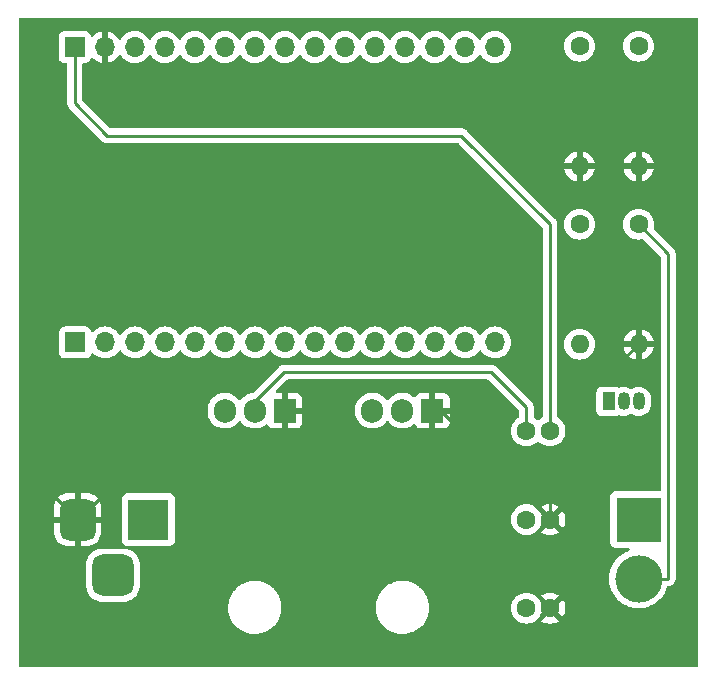
<source format=gbr>
%TF.GenerationSoftware,KiCad,Pcbnew,7.0.7*%
%TF.CreationDate,2023-09-17T16:53:54-03:00*%
%TF.ProjectId,nihon_lamp,6e69686f-6e5f-46c6-916d-702e6b696361,rev?*%
%TF.SameCoordinates,Original*%
%TF.FileFunction,Copper,L2,Bot*%
%TF.FilePolarity,Positive*%
%FSLAX46Y46*%
G04 Gerber Fmt 4.6, Leading zero omitted, Abs format (unit mm)*
G04 Created by KiCad (PCBNEW 7.0.7) date 2023-09-17 16:53:54*
%MOMM*%
%LPD*%
G01*
G04 APERTURE LIST*
G04 Aperture macros list*
%AMRoundRect*
0 Rectangle with rounded corners*
0 $1 Rounding radius*
0 $2 $3 $4 $5 $6 $7 $8 $9 X,Y pos of 4 corners*
0 Add a 4 corners polygon primitive as box body*
4,1,4,$2,$3,$4,$5,$6,$7,$8,$9,$2,$3,0*
0 Add four circle primitives for the rounded corners*
1,1,$1+$1,$2,$3*
1,1,$1+$1,$4,$5*
1,1,$1+$1,$6,$7*
1,1,$1+$1,$8,$9*
0 Add four rect primitives between the rounded corners*
20,1,$1+$1,$2,$3,$4,$5,0*
20,1,$1+$1,$4,$5,$6,$7,0*
20,1,$1+$1,$6,$7,$8,$9,0*
20,1,$1+$1,$8,$9,$2,$3,0*%
G04 Aperture macros list end*
%TA.AperFunction,ComponentPad*%
%ADD10C,1.600000*%
%TD*%
%TA.AperFunction,ComponentPad*%
%ADD11O,1.600000X1.600000*%
%TD*%
%TA.AperFunction,ComponentPad*%
%ADD12R,1.700000X1.700000*%
%TD*%
%TA.AperFunction,ComponentPad*%
%ADD13O,1.700000X1.700000*%
%TD*%
%TA.AperFunction,ComponentPad*%
%ADD14R,1.905000X2.000000*%
%TD*%
%TA.AperFunction,ComponentPad*%
%ADD15O,1.905000X2.000000*%
%TD*%
%TA.AperFunction,ComponentPad*%
%ADD16R,3.800000X3.800000*%
%TD*%
%TA.AperFunction,ComponentPad*%
%ADD17C,4.000000*%
%TD*%
%TA.AperFunction,ComponentPad*%
%ADD18R,3.500000X3.500000*%
%TD*%
%TA.AperFunction,ComponentPad*%
%ADD19RoundRect,0.750000X-0.750000X-1.000000X0.750000X-1.000000X0.750000X1.000000X-0.750000X1.000000X0*%
%TD*%
%TA.AperFunction,ComponentPad*%
%ADD20RoundRect,0.875000X-0.875000X-0.875000X0.875000X-0.875000X0.875000X0.875000X-0.875000X0.875000X0*%
%TD*%
%TA.AperFunction,ComponentPad*%
%ADD21R,1.050000X1.500000*%
%TD*%
%TA.AperFunction,ComponentPad*%
%ADD22O,1.050000X1.500000*%
%TD*%
%TA.AperFunction,ViaPad*%
%ADD23C,0.800000*%
%TD*%
%TA.AperFunction,Conductor*%
%ADD24C,0.250000*%
%TD*%
G04 APERTURE END LIST*
D10*
%TO.P,R3,1*%
%TO.N,Net-(J1-Pin_2)*%
X147500000Y-72420000D03*
D11*
%TO.P,R3,2*%
%TO.N,GND*%
X147500000Y-82580000D03*
%TD*%
D12*
%TO.P,J4,1,Pin_1*%
%TO.N,Net-(J4-Pin_1)*%
X99760000Y-72500000D03*
D13*
%TO.P,J4,2,Pin_2*%
%TO.N,GND*%
X102300000Y-72500000D03*
%TO.P,J4,3,Pin_3*%
%TO.N,unconnected-(J4-Pin_3-Pad3)*%
X104840000Y-72500000D03*
%TO.P,J4,4,Pin_4*%
%TO.N,unconnected-(J4-Pin_4-Pad4)*%
X107380000Y-72500000D03*
%TO.P,J4,5,Pin_5*%
%TO.N,unconnected-(J4-Pin_5-Pad5)*%
X109920000Y-72500000D03*
%TO.P,J4,6,Pin_6*%
%TO.N,unconnected-(J4-Pin_6-Pad6)*%
X112460000Y-72500000D03*
%TO.P,J4,7,Pin_7*%
%TO.N,unconnected-(J4-Pin_7-Pad7)*%
X115000000Y-72500000D03*
%TO.P,J4,8,Pin_8*%
%TO.N,unconnected-(J4-Pin_8-Pad8)*%
X117540000Y-72500000D03*
%TO.P,J4,9,Pin_9*%
%TO.N,unconnected-(J4-Pin_9-Pad9)*%
X120080000Y-72500000D03*
%TO.P,J4,10,Pin_10*%
%TO.N,Net-(J4-Pin_10)*%
X122620000Y-72500000D03*
%TO.P,J4,11,Pin_11*%
%TO.N,unconnected-(J4-Pin_11-Pad11)*%
X125160000Y-72500000D03*
%TO.P,J4,12,Pin_12*%
%TO.N,unconnected-(J4-Pin_12-Pad12)*%
X127700000Y-72500000D03*
%TO.P,J4,13,Pin_13*%
%TO.N,unconnected-(J4-Pin_13-Pad13)*%
X130240000Y-72500000D03*
%TO.P,J4,14,Pin_14*%
%TO.N,unconnected-(J4-Pin_14-Pad14)*%
X132780000Y-72500000D03*
%TO.P,J4,15,Pin_15*%
%TO.N,unconnected-(J4-Pin_15-Pad15)*%
X135320000Y-72500000D03*
%TD*%
D10*
%TO.P,R1,1*%
%TO.N,Net-(J4-Pin_10)*%
X142500000Y-87500000D03*
D11*
%TO.P,R1,2*%
%TO.N,Net-(Q1-B)*%
X142500000Y-97660000D03*
%TD*%
D10*
%TO.P,C2,1*%
%TO.N,+3V3*%
X138000000Y-112500000D03*
%TO.P,C2,2*%
%TO.N,GND*%
X140000000Y-112500000D03*
%TD*%
D14*
%TO.P,U2,1,GND*%
%TO.N,GND*%
X130040000Y-103270000D03*
D15*
%TO.P,U2,2,VO*%
%TO.N,+3V3*%
X127500000Y-103270000D03*
%TO.P,U2,3,VI*%
%TO.N,+9V*%
X124960000Y-103270000D03*
%TD*%
D10*
%TO.P,C3,1*%
%TO.N,+5V*%
X138000000Y-105000000D03*
%TO.P,C3,2*%
%TO.N,Net-(J4-Pin_1)*%
X140000000Y-105000000D03*
%TD*%
D14*
%TO.P,U3,1,GND*%
%TO.N,GND*%
X117540000Y-103270000D03*
D15*
%TO.P,U3,2,VO*%
%TO.N,+5V*%
X115000000Y-103270000D03*
%TO.P,U3,3,VI*%
%TO.N,+9V*%
X112460000Y-103270000D03*
%TD*%
D10*
%TO.P,C1,1*%
%TO.N,+9V*%
X138000000Y-120000000D03*
%TO.P,C1,2*%
%TO.N,GND*%
X140000000Y-120000000D03*
%TD*%
D12*
%TO.P,J3,1,Pin_1*%
%TO.N,unconnected-(J3-Pin_1-Pad1)*%
X99800000Y-97500000D03*
D13*
%TO.P,J3,2,Pin_2*%
%TO.N,unconnected-(J3-Pin_2-Pad2)*%
X102340000Y-97500000D03*
%TO.P,J3,3,Pin_3*%
%TO.N,unconnected-(J3-Pin_3-Pad3)*%
X104880000Y-97500000D03*
%TO.P,J3,4,Pin_4*%
%TO.N,unconnected-(J3-Pin_4-Pad4)*%
X107420000Y-97500000D03*
%TO.P,J3,5,Pin_5*%
%TO.N,unconnected-(J3-Pin_5-Pad5)*%
X109960000Y-97500000D03*
%TO.P,J3,6,Pin_6*%
%TO.N,unconnected-(J3-Pin_6-Pad6)*%
X112500000Y-97500000D03*
%TO.P,J3,7,Pin_7*%
%TO.N,unconnected-(J3-Pin_7-Pad7)*%
X115040000Y-97500000D03*
%TO.P,J3,8,Pin_8*%
%TO.N,unconnected-(J3-Pin_8-Pad8)*%
X117580000Y-97500000D03*
%TO.P,J3,9,Pin_9*%
%TO.N,unconnected-(J3-Pin_9-Pad9)*%
X120120000Y-97500000D03*
%TO.P,J3,10,Pin_10*%
%TO.N,unconnected-(J3-Pin_10-Pad10)*%
X122660000Y-97500000D03*
%TO.P,J3,11,Pin_11*%
%TO.N,unconnected-(J3-Pin_11-Pad11)*%
X125200000Y-97500000D03*
%TO.P,J3,12,Pin_12*%
%TO.N,unconnected-(J3-Pin_12-Pad12)*%
X127740000Y-97500000D03*
%TO.P,J3,13,Pin_13*%
%TO.N,unconnected-(J3-Pin_13-Pad13)*%
X130280000Y-97500000D03*
%TO.P,J3,14,Pin_14*%
%TO.N,unconnected-(J3-Pin_14-Pad14)*%
X132820000Y-97500000D03*
%TO.P,J3,15,Pin_15*%
%TO.N,unconnected-(J3-Pin_15-Pad15)*%
X135360000Y-97500000D03*
%TD*%
D10*
%TO.P,R4,1*%
%TO.N,Net-(J1-Pin_2)*%
X147500000Y-87500000D03*
D11*
%TO.P,R4,2*%
%TO.N,GND*%
X147500000Y-97660000D03*
%TD*%
D16*
%TO.P,J1,1,Pin_1*%
%TO.N,Net-(J1-Pin_1)*%
X147500000Y-112500000D03*
D17*
%TO.P,J1,2,Pin_2*%
%TO.N,Net-(J1-Pin_2)*%
X147500000Y-117500000D03*
%TD*%
D18*
%TO.P,J2,1*%
%TO.N,+9V*%
X106000000Y-112500000D03*
D19*
%TO.P,J2,2*%
%TO.N,GND*%
X100000000Y-112500000D03*
D20*
%TO.P,J2,3*%
%TO.N,N/C*%
X103000000Y-117200000D03*
%TD*%
D10*
%TO.P,R2,1*%
%TO.N,Net-(J1-Pin_2)*%
X142500000Y-72420000D03*
D11*
%TO.P,R2,2*%
%TO.N,GND*%
X142500000Y-82580000D03*
%TD*%
D21*
%TO.P,Q1,1,E*%
%TO.N,+3V3*%
X144960000Y-102500000D03*
D22*
%TO.P,Q1,2,B*%
%TO.N,Net-(Q1-B)*%
X146230000Y-102500000D03*
%TO.P,Q1,3,C*%
%TO.N,Net-(J1-Pin_1)*%
X147500000Y-102500000D03*
%TD*%
D23*
%TO.N,GND*%
X97500000Y-85000000D03*
X102500000Y-77500000D03*
%TD*%
D24*
%TO.N,GND*%
X120770000Y-103270000D02*
X125000000Y-107500000D01*
X142500000Y-102500000D02*
X142500000Y-105000000D01*
X127500000Y-107500000D02*
X130040000Y-104960000D01*
X117540000Y-103270000D02*
X117540000Y-104960000D01*
X140000000Y-107500000D02*
X137500000Y-107500000D01*
X140000000Y-110000000D02*
X140000000Y-112500000D01*
X137500000Y-107500000D02*
X140000000Y-110000000D01*
X135000000Y-107500000D02*
X137500000Y-107500000D01*
X130770000Y-103270000D02*
X135000000Y-107500000D01*
X102500000Y-75000000D02*
X102300000Y-74800000D01*
X115000000Y-107500000D02*
X105000000Y-107500000D01*
X117540000Y-104960000D02*
X115000000Y-107500000D01*
X142660000Y-102500000D02*
X142500000Y-102500000D01*
X130040000Y-103270000D02*
X130770000Y-103270000D01*
X147500000Y-97660000D02*
X142660000Y-102500000D01*
X125000000Y-107500000D02*
X127500000Y-107500000D01*
X102300000Y-72500000D02*
X102300000Y-74800000D01*
X97500000Y-85000000D02*
X97500000Y-110000000D01*
X117540000Y-103270000D02*
X120770000Y-103270000D01*
X97500000Y-110000000D02*
X100000000Y-112500000D01*
X105000000Y-107500000D02*
X100000000Y-112500000D01*
X142500000Y-105000000D02*
X140000000Y-107500000D01*
X102500000Y-77500000D02*
X102500000Y-75000000D01*
X130040000Y-104960000D02*
X130040000Y-103270000D01*
%TO.N,+5V*%
X138000000Y-103000000D02*
X138000000Y-105000000D01*
X117500000Y-100000000D02*
X135000000Y-100000000D01*
X115000000Y-102500000D02*
X117500000Y-100000000D01*
X135000000Y-100000000D02*
X138000000Y-103000000D01*
X115000000Y-103270000D02*
X115000000Y-102500000D01*
%TO.N,Net-(J4-Pin_1)*%
X99760000Y-72500000D02*
X99760000Y-77260000D01*
X99760000Y-77260000D02*
X102500000Y-80000000D01*
X102500000Y-80000000D02*
X132500000Y-80000000D01*
X132500000Y-80000000D02*
X140000000Y-87500000D01*
X140000000Y-87500000D02*
X140000000Y-105000000D01*
%TO.N,Net-(J1-Pin_2)*%
X150000000Y-117500000D02*
X150000000Y-90000000D01*
X150000000Y-90000000D02*
X147500000Y-87500000D01*
X147500000Y-117500000D02*
X150000000Y-117500000D01*
%TD*%
%TA.AperFunction,Conductor*%
%TO.N,GND*%
G36*
X152442539Y-70020185D02*
G01*
X152488294Y-70072989D01*
X152499500Y-70124500D01*
X152499500Y-124875500D01*
X152479815Y-124942539D01*
X152427011Y-124988294D01*
X152375500Y-124999500D01*
X95124500Y-124999500D01*
X95057461Y-124979815D01*
X95011706Y-124927011D01*
X95000500Y-124875500D01*
X95000500Y-119930001D01*
X112744671Y-119930001D01*
X112746835Y-119963027D01*
X112746933Y-119969155D01*
X112745723Y-120005367D01*
X112745723Y-120005376D01*
X112756880Y-120116281D01*
X112763965Y-120224376D01*
X112763966Y-120224389D01*
X112771050Y-120260003D01*
X112771930Y-120265891D01*
X112775882Y-120305164D01*
X112800996Y-120410546D01*
X112821516Y-120513711D01*
X112821518Y-120513719D01*
X112834230Y-120551171D01*
X112835831Y-120556727D01*
X112845728Y-120598252D01*
X112845730Y-120598257D01*
X112845731Y-120598261D01*
X112883542Y-120696437D01*
X112908825Y-120770917D01*
X112916348Y-120793076D01*
X112935263Y-120831433D01*
X112937515Y-120836573D01*
X112954019Y-120879428D01*
X112954023Y-120879436D01*
X113003076Y-120968946D01*
X113046822Y-121057655D01*
X113046833Y-121057673D01*
X113072380Y-121095907D01*
X113075199Y-121100557D01*
X113098822Y-121143659D01*
X113098829Y-121143671D01*
X113156671Y-121222175D01*
X113158308Y-121224507D01*
X113199366Y-121285955D01*
X113210727Y-121302957D01*
X113243182Y-121339965D01*
X113246482Y-121344068D01*
X113277551Y-121386235D01*
X113343114Y-121454028D01*
X113345160Y-121456249D01*
X113405242Y-121524758D01*
X113440025Y-121555262D01*
X113444670Y-121559336D01*
X113448358Y-121562849D01*
X113487018Y-121602822D01*
X113487020Y-121602824D01*
X113514375Y-121624426D01*
X113558495Y-121659267D01*
X113560950Y-121661311D01*
X113627040Y-121719270D01*
X113627040Y-121719271D01*
X113673336Y-121750205D01*
X113677307Y-121753092D01*
X113723484Y-121789558D01*
X113723485Y-121789558D01*
X113799059Y-121834320D01*
X113801897Y-121836106D01*
X113853617Y-121870665D01*
X113872338Y-121883174D01*
X113889190Y-121891484D01*
X113925187Y-121909236D01*
X113929318Y-121911473D01*
X113963458Y-121931694D01*
X113982717Y-121943102D01*
X113982722Y-121943104D01*
X113982730Y-121943109D01*
X114060665Y-121976156D01*
X114063826Y-121977604D01*
X114136923Y-122013652D01*
X114195759Y-122033624D01*
X114200014Y-122035245D01*
X114260128Y-122060736D01*
X114338640Y-122082242D01*
X114342160Y-122083320D01*
X114416278Y-122108481D01*
X114474967Y-122120154D01*
X114480384Y-122121232D01*
X114484658Y-122122241D01*
X114550729Y-122140340D01*
X114628224Y-122150761D01*
X114632037Y-122151397D01*
X114705620Y-122166034D01*
X114774067Y-122170519D01*
X114778246Y-122170937D01*
X114849347Y-122180500D01*
X114924302Y-122180500D01*
X114928349Y-122180632D01*
X114960372Y-122182731D01*
X114999994Y-122185329D01*
X115000000Y-122185329D01*
X115000004Y-122185329D01*
X115010762Y-122184623D01*
X115072081Y-122180604D01*
X115075222Y-122180500D01*
X115075244Y-122180500D01*
X115148842Y-122175573D01*
X115294380Y-122166034D01*
X115294409Y-122166028D01*
X115295522Y-122165882D01*
X115299478Y-122165489D01*
X115300634Y-122165412D01*
X115443658Y-122136341D01*
X115583722Y-122108481D01*
X115584442Y-122108236D01*
X115592018Y-122106185D01*
X115595903Y-122105396D01*
X115730821Y-122058547D01*
X115863077Y-122013652D01*
X115866687Y-122011871D01*
X115873754Y-122008914D01*
X115880537Y-122006560D01*
X116005220Y-121943554D01*
X116127665Y-121883172D01*
X116133700Y-121879138D01*
X116140164Y-121875364D01*
X116149459Y-121870668D01*
X116262040Y-121793385D01*
X116372957Y-121719273D01*
X116380840Y-121712358D01*
X116386622Y-121707863D01*
X116397869Y-121700144D01*
X116496824Y-121610643D01*
X116594758Y-121524758D01*
X116603799Y-121514446D01*
X116608823Y-121509345D01*
X116621333Y-121498032D01*
X116705443Y-121398545D01*
X116789273Y-121302957D01*
X116798687Y-121288866D01*
X116802895Y-121283279D01*
X116815863Y-121267941D01*
X116815865Y-121267939D01*
X116884276Y-121160775D01*
X116953172Y-121057665D01*
X116962098Y-121039562D01*
X116965441Y-121033631D01*
X116977993Y-121013970D01*
X117030195Y-120901476D01*
X117083652Y-120793077D01*
X117091179Y-120770899D01*
X117093641Y-120764752D01*
X117104823Y-120740658D01*
X117140632Y-120625219D01*
X117178481Y-120513722D01*
X117183677Y-120487597D01*
X117185271Y-120481316D01*
X117186890Y-120476096D01*
X117194093Y-120452879D01*
X117213259Y-120339253D01*
X117213676Y-120336783D01*
X117228948Y-120260003D01*
X117236034Y-120224380D01*
X117237986Y-120194576D01*
X117238714Y-120188342D01*
X117244209Y-120155770D01*
X117248038Y-120041231D01*
X117250708Y-120000499D01*
X117255329Y-119930005D01*
X117255329Y-119930001D01*
X125244671Y-119930001D01*
X125246835Y-119963027D01*
X125246933Y-119969155D01*
X125245723Y-120005367D01*
X125245723Y-120005376D01*
X125256880Y-120116281D01*
X125263965Y-120224376D01*
X125263966Y-120224389D01*
X125271050Y-120260003D01*
X125271930Y-120265891D01*
X125275882Y-120305164D01*
X125300996Y-120410546D01*
X125321516Y-120513711D01*
X125321518Y-120513719D01*
X125334230Y-120551171D01*
X125335831Y-120556727D01*
X125345728Y-120598252D01*
X125345730Y-120598257D01*
X125345731Y-120598261D01*
X125383542Y-120696437D01*
X125408825Y-120770917D01*
X125416348Y-120793076D01*
X125435263Y-120831433D01*
X125437515Y-120836573D01*
X125454019Y-120879428D01*
X125454023Y-120879436D01*
X125503076Y-120968946D01*
X125546822Y-121057655D01*
X125546833Y-121057673D01*
X125572380Y-121095907D01*
X125575199Y-121100557D01*
X125598822Y-121143659D01*
X125598829Y-121143671D01*
X125656671Y-121222175D01*
X125658308Y-121224507D01*
X125699366Y-121285955D01*
X125710727Y-121302957D01*
X125743182Y-121339965D01*
X125746482Y-121344068D01*
X125777551Y-121386235D01*
X125843114Y-121454028D01*
X125845160Y-121456249D01*
X125905242Y-121524758D01*
X125940025Y-121555262D01*
X125944670Y-121559336D01*
X125948358Y-121562849D01*
X125987018Y-121602822D01*
X125987020Y-121602824D01*
X126014375Y-121624426D01*
X126058495Y-121659267D01*
X126060950Y-121661311D01*
X126127040Y-121719270D01*
X126127040Y-121719271D01*
X126173336Y-121750205D01*
X126177307Y-121753092D01*
X126223484Y-121789558D01*
X126223485Y-121789558D01*
X126299059Y-121834320D01*
X126301897Y-121836106D01*
X126353617Y-121870665D01*
X126372338Y-121883174D01*
X126389190Y-121891484D01*
X126425187Y-121909236D01*
X126429318Y-121911473D01*
X126463458Y-121931694D01*
X126482717Y-121943102D01*
X126482722Y-121943104D01*
X126482730Y-121943109D01*
X126560665Y-121976156D01*
X126563826Y-121977604D01*
X126636923Y-122013652D01*
X126695759Y-122033624D01*
X126700014Y-122035245D01*
X126760128Y-122060736D01*
X126838640Y-122082242D01*
X126842160Y-122083320D01*
X126916278Y-122108481D01*
X126974967Y-122120154D01*
X126980384Y-122121232D01*
X126984658Y-122122241D01*
X127050729Y-122140340D01*
X127128224Y-122150761D01*
X127132037Y-122151397D01*
X127205620Y-122166034D01*
X127274067Y-122170519D01*
X127278246Y-122170937D01*
X127349347Y-122180500D01*
X127424302Y-122180500D01*
X127428349Y-122180632D01*
X127460372Y-122182731D01*
X127499994Y-122185329D01*
X127500000Y-122185329D01*
X127500004Y-122185329D01*
X127510762Y-122184623D01*
X127572081Y-122180604D01*
X127575222Y-122180500D01*
X127575244Y-122180500D01*
X127648842Y-122175573D01*
X127794380Y-122166034D01*
X127794409Y-122166028D01*
X127795522Y-122165882D01*
X127799478Y-122165489D01*
X127800634Y-122165412D01*
X127943658Y-122136341D01*
X128083722Y-122108481D01*
X128084442Y-122108236D01*
X128092018Y-122106185D01*
X128095903Y-122105396D01*
X128230821Y-122058547D01*
X128363077Y-122013652D01*
X128366687Y-122011871D01*
X128373754Y-122008914D01*
X128380537Y-122006560D01*
X128505220Y-121943554D01*
X128627665Y-121883172D01*
X128633700Y-121879138D01*
X128640164Y-121875364D01*
X128649459Y-121870668D01*
X128762040Y-121793385D01*
X128872957Y-121719273D01*
X128880840Y-121712358D01*
X128886622Y-121707863D01*
X128897869Y-121700144D01*
X128996824Y-121610643D01*
X129094758Y-121524758D01*
X129103799Y-121514446D01*
X129108823Y-121509345D01*
X129121333Y-121498032D01*
X129205443Y-121398545D01*
X129289273Y-121302957D01*
X129298687Y-121288866D01*
X129302895Y-121283279D01*
X129315863Y-121267941D01*
X129315865Y-121267939D01*
X129384276Y-121160775D01*
X129453172Y-121057665D01*
X129462098Y-121039562D01*
X129465441Y-121033631D01*
X129477993Y-121013970D01*
X129530195Y-120901476D01*
X129583652Y-120793077D01*
X129591179Y-120770899D01*
X129593641Y-120764752D01*
X129604823Y-120740658D01*
X129640632Y-120625219D01*
X129678481Y-120513722D01*
X129683677Y-120487597D01*
X129685271Y-120481316D01*
X129686890Y-120476096D01*
X129694093Y-120452879D01*
X129713259Y-120339253D01*
X129713676Y-120336783D01*
X129728948Y-120260003D01*
X129736034Y-120224380D01*
X129737986Y-120194576D01*
X129738714Y-120188342D01*
X129744209Y-120155770D01*
X129748038Y-120041231D01*
X129750708Y-120000499D01*
X129750741Y-120000001D01*
X136694532Y-120000001D01*
X136714364Y-120226686D01*
X136714366Y-120226697D01*
X136773258Y-120446488D01*
X136773261Y-120446497D01*
X136869431Y-120652732D01*
X136869432Y-120652734D01*
X136999954Y-120839141D01*
X137160858Y-121000045D01*
X137207693Y-121032839D01*
X137347266Y-121130568D01*
X137553504Y-121226739D01*
X137773308Y-121285635D01*
X137935230Y-121299801D01*
X137999998Y-121305468D01*
X138000000Y-121305468D01*
X138000002Y-121305468D01*
X138056672Y-121300509D01*
X138226692Y-121285635D01*
X138446496Y-121226739D01*
X138652734Y-121130568D01*
X138839139Y-121000047D01*
X139000047Y-120839139D01*
X139130568Y-120652734D01*
X139226739Y-120446496D01*
X139227944Y-120441997D01*
X139260039Y-120386406D01*
X139462580Y-120183865D01*
X139523903Y-120150380D01*
X139593595Y-120155364D01*
X139649528Y-120197236D01*
X139660742Y-120215246D01*
X139665400Y-120224387D01*
X139672358Y-120238044D01*
X139672363Y-120238050D01*
X139761949Y-120327636D01*
X139761951Y-120327637D01*
X139761955Y-120327641D01*
X139784747Y-120339254D01*
X139835542Y-120387228D01*
X139852337Y-120455049D01*
X139829799Y-120521184D01*
X139816132Y-120537419D01*
X139274526Y-121079025D01*
X139274526Y-121079026D01*
X139347512Y-121130131D01*
X139347516Y-121130133D01*
X139553673Y-121226265D01*
X139553682Y-121226269D01*
X139773389Y-121285139D01*
X139773400Y-121285141D01*
X139999998Y-121304966D01*
X140000002Y-121304966D01*
X140226599Y-121285141D01*
X140226610Y-121285139D01*
X140446317Y-121226269D01*
X140446331Y-121226264D01*
X140652478Y-121130136D01*
X140725472Y-121079025D01*
X140183866Y-120537419D01*
X140150381Y-120476096D01*
X140155365Y-120406404D01*
X140197237Y-120350471D01*
X140215245Y-120339258D01*
X140238045Y-120327641D01*
X140327641Y-120238045D01*
X140339254Y-120215252D01*
X140387225Y-120164458D01*
X140455046Y-120147661D01*
X140521181Y-120170197D01*
X140537419Y-120183866D01*
X141079025Y-120725472D01*
X141130136Y-120652478D01*
X141226264Y-120446331D01*
X141226269Y-120446317D01*
X141285139Y-120226610D01*
X141285141Y-120226599D01*
X141304966Y-120000002D01*
X141304966Y-119999997D01*
X141285141Y-119773400D01*
X141285139Y-119773389D01*
X141226269Y-119553682D01*
X141226265Y-119553673D01*
X141130133Y-119347516D01*
X141130131Y-119347512D01*
X141079026Y-119274526D01*
X141079025Y-119274526D01*
X140537419Y-119816132D01*
X140476096Y-119849617D01*
X140406404Y-119844633D01*
X140350471Y-119802761D01*
X140339256Y-119784751D01*
X140327641Y-119761955D01*
X140327637Y-119761951D01*
X140327636Y-119761949D01*
X140238050Y-119672363D01*
X140238044Y-119672358D01*
X140228109Y-119667296D01*
X140215250Y-119660744D01*
X140164456Y-119612773D01*
X140147660Y-119544952D01*
X140170197Y-119478817D01*
X140183865Y-119462580D01*
X140725472Y-118920973D01*
X140652483Y-118869866D01*
X140652481Y-118869865D01*
X140446326Y-118773734D01*
X140446317Y-118773730D01*
X140226610Y-118714860D01*
X140226599Y-118714858D01*
X140000002Y-118695034D01*
X139999998Y-118695034D01*
X139773400Y-118714858D01*
X139773389Y-118714860D01*
X139553682Y-118773730D01*
X139553673Y-118773734D01*
X139347513Y-118869868D01*
X139274526Y-118920973D01*
X139816133Y-119462580D01*
X139849618Y-119523903D01*
X139844634Y-119593595D01*
X139802762Y-119649528D01*
X139784748Y-119660745D01*
X139761956Y-119672358D01*
X139761949Y-119672363D01*
X139672363Y-119761949D01*
X139672358Y-119761956D01*
X139660745Y-119784748D01*
X139612770Y-119835544D01*
X139544949Y-119852338D01*
X139478814Y-119829800D01*
X139462580Y-119816133D01*
X139260039Y-119613592D01*
X139227945Y-119558003D01*
X139226742Y-119553513D01*
X139226738Y-119553502D01*
X139212615Y-119523216D01*
X139130568Y-119347266D01*
X139000047Y-119160861D01*
X139000045Y-119160858D01*
X138839141Y-118999954D01*
X138652734Y-118869432D01*
X138652732Y-118869431D01*
X138446497Y-118773261D01*
X138446488Y-118773258D01*
X138226697Y-118714366D01*
X138226693Y-118714365D01*
X138226692Y-118714365D01*
X138226691Y-118714364D01*
X138226686Y-118714364D01*
X138000002Y-118694532D01*
X137999998Y-118694532D01*
X137773313Y-118714364D01*
X137773302Y-118714366D01*
X137553511Y-118773258D01*
X137553502Y-118773261D01*
X137347267Y-118869431D01*
X137347265Y-118869432D01*
X137160858Y-118999954D01*
X136999954Y-119160858D01*
X136869432Y-119347265D01*
X136869431Y-119347267D01*
X136773261Y-119553502D01*
X136773258Y-119553511D01*
X136714366Y-119773302D01*
X136714364Y-119773313D01*
X136694532Y-119999998D01*
X136694532Y-120000001D01*
X129750741Y-120000001D01*
X129755329Y-119930005D01*
X129755329Y-119930001D01*
X129755329Y-119930000D01*
X129753162Y-119896955D01*
X129753065Y-119890849D01*
X129754277Y-119854631D01*
X129743119Y-119743718D01*
X129736034Y-119635620D01*
X129728944Y-119599977D01*
X129728068Y-119594107D01*
X129728016Y-119593595D01*
X129724118Y-119554838D01*
X129702131Y-119462580D01*
X129699003Y-119449453D01*
X129684310Y-119375585D01*
X129678481Y-119346278D01*
X129665764Y-119308816D01*
X129664169Y-119303283D01*
X129654269Y-119261739D01*
X129616457Y-119163562D01*
X129583652Y-119066923D01*
X129564732Y-119028556D01*
X129562485Y-119023429D01*
X129545977Y-118980566D01*
X129513319Y-118920973D01*
X129496919Y-118891046D01*
X129453173Y-118802339D01*
X129453172Y-118802336D01*
X129427612Y-118764083D01*
X129424798Y-118759444D01*
X129401175Y-118716335D01*
X129343312Y-118637802D01*
X129341706Y-118635514D01*
X129289273Y-118557043D01*
X129256817Y-118520033D01*
X129253516Y-118515930D01*
X129222450Y-118473768D01*
X129222446Y-118473762D01*
X129172691Y-118422315D01*
X129156884Y-118405970D01*
X129154838Y-118403749D01*
X129094760Y-118335244D01*
X129055322Y-118300656D01*
X129051635Y-118297144D01*
X129012981Y-118257176D01*
X128941514Y-118200740D01*
X128939059Y-118198696D01*
X128872960Y-118140729D01*
X128826656Y-118109788D01*
X128822677Y-118106894D01*
X128776517Y-118070443D01*
X128746199Y-118052486D01*
X128700918Y-118025666D01*
X128698089Y-118023884D01*
X128627666Y-117976828D01*
X128574821Y-117950767D01*
X128570668Y-117948518D01*
X128517270Y-117916891D01*
X128517266Y-117916889D01*
X128517262Y-117916887D01*
X128487641Y-117904327D01*
X128439346Y-117883847D01*
X128436157Y-117882386D01*
X128363075Y-117846347D01*
X128304243Y-117826375D01*
X128299969Y-117824746D01*
X128261174Y-117808297D01*
X128239872Y-117799264D01*
X128239868Y-117799263D01*
X128239866Y-117799262D01*
X128161365Y-117777757D01*
X128157815Y-117776670D01*
X128083734Y-117751522D01*
X128083723Y-117751519D01*
X128083722Y-117751519D01*
X128019608Y-117738765D01*
X128015333Y-117737756D01*
X127949281Y-117719662D01*
X127949265Y-117719658D01*
X127871792Y-117709239D01*
X127867962Y-117708601D01*
X127821006Y-117699262D01*
X127794380Y-117693966D01*
X127794377Y-117693965D01*
X127794374Y-117693965D01*
X127725959Y-117689481D01*
X127721750Y-117689061D01*
X127687282Y-117684426D01*
X127650653Y-117679500D01*
X127650650Y-117679500D01*
X127575698Y-117679500D01*
X127571650Y-117679367D01*
X127539627Y-117677268D01*
X127500006Y-117674671D01*
X127500002Y-117674671D01*
X127500000Y-117674671D01*
X127451934Y-117677821D01*
X127427985Y-117679391D01*
X127424765Y-117679499D01*
X127351157Y-117684426D01*
X127205620Y-117693965D01*
X127204420Y-117694123D01*
X127200506Y-117694511D01*
X127199375Y-117694587D01*
X127199372Y-117694587D01*
X127199366Y-117694588D01*
X127056340Y-117723657D01*
X127056341Y-117723658D01*
X126916277Y-117751518D01*
X126916270Y-117751520D01*
X126915508Y-117751779D01*
X126907943Y-117753822D01*
X126904098Y-117754603D01*
X126819110Y-117784114D01*
X126769178Y-117801452D01*
X126732202Y-117814004D01*
X126636927Y-117846346D01*
X126636922Y-117846348D01*
X126633320Y-117848124D01*
X126626241Y-117851086D01*
X126619462Y-117853440D01*
X126494757Y-117916456D01*
X126372343Y-117976823D01*
X126372328Y-117976832D01*
X126366301Y-117980858D01*
X126359828Y-117984637D01*
X126350544Y-117989329D01*
X126237943Y-118066625D01*
X126153527Y-118123031D01*
X126127043Y-118140727D01*
X126119156Y-118147642D01*
X126113373Y-118152138D01*
X126102132Y-118159854D01*
X126003175Y-118249356D01*
X125905241Y-118335242D01*
X125896196Y-118345555D01*
X125891175Y-118350653D01*
X125878668Y-118361966D01*
X125794556Y-118461454D01*
X125710726Y-118557042D01*
X125701308Y-118571136D01*
X125697106Y-118576716D01*
X125684141Y-118592052D01*
X125684140Y-118592053D01*
X125615715Y-118699237D01*
X125546830Y-118802331D01*
X125537905Y-118820427D01*
X125534560Y-118826362D01*
X125522006Y-118846031D01*
X125469801Y-118958530D01*
X125416350Y-119066918D01*
X125416345Y-119066930D01*
X125408822Y-119089089D01*
X125406353Y-119095257D01*
X125395176Y-119119344D01*
X125395171Y-119119358D01*
X125359367Y-119234780D01*
X125321518Y-119346279D01*
X125321516Y-119346288D01*
X125316320Y-119372410D01*
X125314728Y-119378683D01*
X125305907Y-119407119D01*
X125286323Y-119523216D01*
X125280297Y-119553513D01*
X125268348Y-119613592D01*
X125263965Y-119635627D01*
X125263964Y-119635628D01*
X125262012Y-119665416D01*
X125261281Y-119671673D01*
X125255791Y-119704231D01*
X125251961Y-119818768D01*
X125244671Y-119930001D01*
X117255329Y-119930001D01*
X117255329Y-119930000D01*
X117253162Y-119896955D01*
X117253065Y-119890849D01*
X117254277Y-119854631D01*
X117243119Y-119743718D01*
X117236034Y-119635620D01*
X117228944Y-119599977D01*
X117228068Y-119594107D01*
X117228016Y-119593595D01*
X117224118Y-119554838D01*
X117202131Y-119462580D01*
X117199003Y-119449453D01*
X117184310Y-119375585D01*
X117178481Y-119346278D01*
X117165764Y-119308816D01*
X117164169Y-119303283D01*
X117154269Y-119261739D01*
X117116457Y-119163562D01*
X117083652Y-119066923D01*
X117064732Y-119028556D01*
X117062485Y-119023429D01*
X117045977Y-118980566D01*
X117013319Y-118920973D01*
X116996919Y-118891046D01*
X116953173Y-118802339D01*
X116953172Y-118802336D01*
X116927612Y-118764083D01*
X116924798Y-118759444D01*
X116901175Y-118716335D01*
X116843312Y-118637802D01*
X116841706Y-118635514D01*
X116789273Y-118557043D01*
X116756817Y-118520033D01*
X116753516Y-118515930D01*
X116722450Y-118473768D01*
X116722446Y-118473762D01*
X116672691Y-118422315D01*
X116656884Y-118405970D01*
X116654838Y-118403749D01*
X116594760Y-118335244D01*
X116555322Y-118300656D01*
X116551635Y-118297144D01*
X116512981Y-118257176D01*
X116441514Y-118200740D01*
X116439059Y-118198696D01*
X116372960Y-118140729D01*
X116326656Y-118109788D01*
X116322677Y-118106894D01*
X116276517Y-118070443D01*
X116246199Y-118052486D01*
X116200918Y-118025666D01*
X116198089Y-118023884D01*
X116127666Y-117976828D01*
X116074821Y-117950767D01*
X116070668Y-117948518D01*
X116017270Y-117916891D01*
X116017266Y-117916889D01*
X116017262Y-117916887D01*
X115987641Y-117904327D01*
X115939346Y-117883847D01*
X115936157Y-117882386D01*
X115863075Y-117846347D01*
X115804243Y-117826375D01*
X115799969Y-117824746D01*
X115761174Y-117808297D01*
X115739872Y-117799264D01*
X115739868Y-117799263D01*
X115739866Y-117799262D01*
X115661365Y-117777757D01*
X115657815Y-117776670D01*
X115583734Y-117751522D01*
X115583723Y-117751519D01*
X115583722Y-117751519D01*
X115519608Y-117738765D01*
X115515333Y-117737756D01*
X115449281Y-117719662D01*
X115449265Y-117719658D01*
X115371792Y-117709239D01*
X115367962Y-117708601D01*
X115321006Y-117699262D01*
X115294380Y-117693966D01*
X115294377Y-117693965D01*
X115294374Y-117693965D01*
X115225959Y-117689481D01*
X115221750Y-117689061D01*
X115187282Y-117684426D01*
X115150653Y-117679500D01*
X115150650Y-117679500D01*
X115075698Y-117679500D01*
X115071650Y-117679367D01*
X115039627Y-117677268D01*
X115000006Y-117674671D01*
X115000002Y-117674671D01*
X115000000Y-117674671D01*
X114951934Y-117677821D01*
X114927985Y-117679391D01*
X114924765Y-117679499D01*
X114851157Y-117684426D01*
X114705620Y-117693965D01*
X114704420Y-117694123D01*
X114700506Y-117694511D01*
X114699375Y-117694587D01*
X114699372Y-117694587D01*
X114699366Y-117694588D01*
X114556340Y-117723657D01*
X114556341Y-117723658D01*
X114416277Y-117751518D01*
X114416270Y-117751520D01*
X114415508Y-117751779D01*
X114407943Y-117753822D01*
X114404098Y-117754603D01*
X114319110Y-117784114D01*
X114269178Y-117801452D01*
X114232202Y-117814004D01*
X114136927Y-117846346D01*
X114136922Y-117846348D01*
X114133320Y-117848124D01*
X114126241Y-117851086D01*
X114119462Y-117853440D01*
X113994757Y-117916456D01*
X113872343Y-117976823D01*
X113872328Y-117976832D01*
X113866301Y-117980858D01*
X113859828Y-117984637D01*
X113850544Y-117989329D01*
X113737943Y-118066625D01*
X113653527Y-118123031D01*
X113627043Y-118140727D01*
X113619156Y-118147642D01*
X113613373Y-118152138D01*
X113602132Y-118159854D01*
X113503175Y-118249356D01*
X113405241Y-118335242D01*
X113396196Y-118345555D01*
X113391175Y-118350653D01*
X113378668Y-118361966D01*
X113294556Y-118461454D01*
X113210726Y-118557042D01*
X113201308Y-118571136D01*
X113197106Y-118576716D01*
X113184141Y-118592052D01*
X113184140Y-118592053D01*
X113115715Y-118699237D01*
X113046830Y-118802331D01*
X113037905Y-118820427D01*
X113034560Y-118826362D01*
X113022006Y-118846031D01*
X112969801Y-118958530D01*
X112916350Y-119066918D01*
X112916345Y-119066930D01*
X112908822Y-119089089D01*
X112906353Y-119095257D01*
X112895176Y-119119344D01*
X112895171Y-119119358D01*
X112859367Y-119234780D01*
X112821518Y-119346279D01*
X112821516Y-119346288D01*
X112816320Y-119372410D01*
X112814728Y-119378683D01*
X112805907Y-119407119D01*
X112786323Y-119523216D01*
X112780297Y-119553513D01*
X112768348Y-119613592D01*
X112763965Y-119635627D01*
X112763964Y-119635628D01*
X112762012Y-119665416D01*
X112761281Y-119671673D01*
X112755791Y-119704231D01*
X112751961Y-119818768D01*
X112744671Y-119930001D01*
X95000500Y-119930001D01*
X95000500Y-118168626D01*
X100749500Y-118168626D01*
X100752295Y-118221243D01*
X100752295Y-118221244D01*
X100767330Y-118298982D01*
X100796755Y-118451126D01*
X100836726Y-118557041D01*
X100879425Y-118670189D01*
X100997929Y-118872131D01*
X100997934Y-118872138D01*
X101148856Y-119051141D01*
X101148858Y-119051143D01*
X101327861Y-119202065D01*
X101327868Y-119202070D01*
X101529810Y-119320574D01*
X101748874Y-119403245D01*
X101978759Y-119447705D01*
X102020194Y-119449905D01*
X102031374Y-119450500D01*
X102031378Y-119450500D01*
X103968626Y-119450500D01*
X103978731Y-119449962D01*
X104021241Y-119447705D01*
X104251126Y-119403245D01*
X104470190Y-119320574D01*
X104672132Y-119202070D01*
X104717805Y-119163562D01*
X104851141Y-119051143D01*
X104851143Y-119051141D01*
X105002065Y-118872138D01*
X105002065Y-118872137D01*
X105002070Y-118872132D01*
X105120574Y-118670190D01*
X105203245Y-118451126D01*
X105247705Y-118221241D01*
X105250500Y-118168622D01*
X105250500Y-117500005D01*
X144994556Y-117500005D01*
X145014310Y-117814004D01*
X145014311Y-117814011D01*
X145025103Y-117870582D01*
X145071376Y-118113157D01*
X145073270Y-118123083D01*
X145170497Y-118422316D01*
X145170499Y-118422321D01*
X145304461Y-118707003D01*
X145304464Y-118707009D01*
X145473051Y-118972661D01*
X145473054Y-118972665D01*
X145673606Y-119215090D01*
X145673608Y-119215092D01*
X145673610Y-119215094D01*
X145878098Y-119407121D01*
X145902968Y-119430476D01*
X145902978Y-119430484D01*
X146157504Y-119615408D01*
X146157509Y-119615410D01*
X146157516Y-119615416D01*
X146433234Y-119766994D01*
X146433239Y-119766996D01*
X146433241Y-119766997D01*
X146433242Y-119766998D01*
X146725771Y-119882818D01*
X146725774Y-119882819D01*
X146909552Y-119930005D01*
X147030527Y-119961066D01*
X147070273Y-119966087D01*
X147342670Y-120000499D01*
X147342679Y-120000499D01*
X147342682Y-120000500D01*
X147342684Y-120000500D01*
X147657316Y-120000500D01*
X147657318Y-120000500D01*
X147657321Y-120000499D01*
X147657329Y-120000499D01*
X147843593Y-119976968D01*
X147969473Y-119961066D01*
X148274225Y-119882819D01*
X148274228Y-119882818D01*
X148566757Y-119766998D01*
X148566758Y-119766997D01*
X148566756Y-119766997D01*
X148566766Y-119766994D01*
X148842484Y-119615416D01*
X149097030Y-119430478D01*
X149326390Y-119215094D01*
X149526947Y-118972663D01*
X149695537Y-118707007D01*
X149829503Y-118422315D01*
X149897948Y-118211662D01*
X149937384Y-118153989D01*
X150001743Y-118126790D01*
X150008061Y-118126229D01*
X150017719Y-118125621D01*
X150021599Y-118125500D01*
X150039342Y-118125500D01*
X150039350Y-118125500D01*
X150056990Y-118123271D01*
X150060807Y-118122910D01*
X150118138Y-118119304D01*
X150125905Y-118116780D01*
X150148680Y-118111688D01*
X150156792Y-118110664D01*
X150210195Y-118089519D01*
X150213835Y-118088209D01*
X150268441Y-118070467D01*
X150275337Y-118066090D01*
X150296133Y-118055494D01*
X150303732Y-118052486D01*
X150350191Y-118018730D01*
X150353390Y-118016555D01*
X150401877Y-117985786D01*
X150407466Y-117979833D01*
X150424979Y-117964394D01*
X150431587Y-117959594D01*
X150468190Y-117915347D01*
X150470736Y-117912457D01*
X150510062Y-117870582D01*
X150513998Y-117863421D01*
X150527119Y-117844114D01*
X150532324Y-117837823D01*
X150538057Y-117825640D01*
X150556769Y-117785874D01*
X150558528Y-117782419D01*
X150586197Y-117732092D01*
X150588227Y-117724181D01*
X150596135Y-117702218D01*
X150599614Y-117694826D01*
X150599660Y-117694588D01*
X150602563Y-117679367D01*
X150610377Y-117638401D01*
X150611210Y-117634670D01*
X150625500Y-117579019D01*
X150625500Y-117570844D01*
X150627697Y-117547606D01*
X150629227Y-117539588D01*
X150625621Y-117482275D01*
X150625500Y-117478403D01*
X150625500Y-90082742D01*
X150627224Y-90067122D01*
X150626939Y-90067096D01*
X150627671Y-90059340D01*
X150627673Y-90059333D01*
X150625500Y-89990185D01*
X150625500Y-89960650D01*
X150624631Y-89953772D01*
X150624172Y-89947943D01*
X150622709Y-89901372D01*
X150617122Y-89882144D01*
X150613174Y-89863084D01*
X150610663Y-89843204D01*
X150593512Y-89799887D01*
X150591619Y-89794358D01*
X150578618Y-89749609D01*
X150578616Y-89749606D01*
X150568423Y-89732371D01*
X150559861Y-89714894D01*
X150552487Y-89696270D01*
X150552486Y-89696268D01*
X150525079Y-89658545D01*
X150521888Y-89653686D01*
X150498172Y-89613583D01*
X150498165Y-89613574D01*
X150484006Y-89599415D01*
X150471368Y-89584619D01*
X150459594Y-89568413D01*
X150423688Y-89538709D01*
X150419376Y-89534786D01*
X148799413Y-87914822D01*
X148765928Y-87853499D01*
X148767319Y-87795048D01*
X148770254Y-87784094D01*
X148785635Y-87726692D01*
X148805468Y-87500000D01*
X148785635Y-87273308D01*
X148726739Y-87053504D01*
X148630568Y-86847266D01*
X148500047Y-86660861D01*
X148500045Y-86660858D01*
X148339141Y-86499954D01*
X148152734Y-86369432D01*
X148152732Y-86369431D01*
X147946497Y-86273261D01*
X147946488Y-86273258D01*
X147726697Y-86214366D01*
X147726693Y-86214365D01*
X147726692Y-86214365D01*
X147726691Y-86214364D01*
X147726686Y-86214364D01*
X147500002Y-86194532D01*
X147499998Y-86194532D01*
X147273313Y-86214364D01*
X147273302Y-86214366D01*
X147053511Y-86273258D01*
X147053502Y-86273261D01*
X146847267Y-86369431D01*
X146847265Y-86369432D01*
X146660858Y-86499954D01*
X146499954Y-86660858D01*
X146369432Y-86847265D01*
X146369431Y-86847267D01*
X146273261Y-87053502D01*
X146273258Y-87053511D01*
X146214366Y-87273302D01*
X146214364Y-87273313D01*
X146194532Y-87499998D01*
X146194532Y-87500001D01*
X146214364Y-87726686D01*
X146214366Y-87726697D01*
X146273258Y-87946488D01*
X146273261Y-87946497D01*
X146369431Y-88152732D01*
X146369432Y-88152734D01*
X146499954Y-88339141D01*
X146660858Y-88500045D01*
X146660861Y-88500047D01*
X146847266Y-88630568D01*
X147053504Y-88726739D01*
X147273308Y-88785635D01*
X147430791Y-88799413D01*
X147499998Y-88805468D01*
X147500000Y-88805468D01*
X147500002Y-88805468D01*
X147556672Y-88800509D01*
X147726692Y-88785635D01*
X147795048Y-88767319D01*
X147864897Y-88768982D01*
X147914822Y-88799413D01*
X149338181Y-90222771D01*
X149371666Y-90284094D01*
X149374500Y-90310452D01*
X149374500Y-109975500D01*
X149354815Y-110042539D01*
X149302011Y-110088294D01*
X149250500Y-110099500D01*
X145552129Y-110099500D01*
X145552123Y-110099501D01*
X145492516Y-110105908D01*
X145357671Y-110156202D01*
X145357664Y-110156206D01*
X145242455Y-110242452D01*
X145242452Y-110242455D01*
X145156206Y-110357664D01*
X145156202Y-110357671D01*
X145105908Y-110492517D01*
X145099501Y-110552116D01*
X145099500Y-110552135D01*
X145099500Y-114447870D01*
X145099501Y-114447876D01*
X145105908Y-114507483D01*
X145156202Y-114642328D01*
X145156206Y-114642335D01*
X145242452Y-114757544D01*
X145242455Y-114757547D01*
X145357664Y-114843793D01*
X145357671Y-114843797D01*
X145492517Y-114894091D01*
X145492516Y-114894091D01*
X145499444Y-114894835D01*
X145552127Y-114900500D01*
X146623020Y-114900499D01*
X146690057Y-114920183D01*
X146735812Y-114972987D01*
X146745756Y-115042146D01*
X146716731Y-115105702D01*
X146668666Y-115139791D01*
X146433239Y-115233003D01*
X146157516Y-115384584D01*
X146157504Y-115384591D01*
X145902978Y-115569515D01*
X145902968Y-115569523D01*
X145673608Y-115784907D01*
X145673606Y-115784909D01*
X145473054Y-116027334D01*
X145473051Y-116027338D01*
X145304464Y-116292990D01*
X145304461Y-116292996D01*
X145170499Y-116577678D01*
X145170497Y-116577683D01*
X145073270Y-116876916D01*
X145014311Y-117185988D01*
X145014310Y-117185995D01*
X144994556Y-117499994D01*
X144994556Y-117500005D01*
X105250500Y-117500005D01*
X105250500Y-116231378D01*
X105247705Y-116178759D01*
X105203245Y-115948874D01*
X105120574Y-115729810D01*
X105002070Y-115527868D01*
X105002065Y-115527861D01*
X104851143Y-115348858D01*
X104851141Y-115348856D01*
X104672138Y-115197934D01*
X104672131Y-115197929D01*
X104470189Y-115079425D01*
X104362893Y-115038934D01*
X104251126Y-114996755D01*
X104251121Y-114996754D01*
X104251116Y-114996752D01*
X104248470Y-114996240D01*
X104247451Y-114995713D01*
X104246050Y-114995317D01*
X104246130Y-114995031D01*
X104186392Y-114964177D01*
X104151503Y-114903641D01*
X104154881Y-114833853D01*
X104195452Y-114776970D01*
X104260337Y-114751052D01*
X104272009Y-114750499D01*
X107797872Y-114750499D01*
X107857483Y-114744091D01*
X107992331Y-114693796D01*
X108107546Y-114607546D01*
X108193796Y-114492331D01*
X108244091Y-114357483D01*
X108250500Y-114297873D01*
X108250500Y-112500001D01*
X136694532Y-112500001D01*
X136714364Y-112726686D01*
X136714366Y-112726697D01*
X136773258Y-112946488D01*
X136773261Y-112946497D01*
X136869431Y-113152732D01*
X136869432Y-113152734D01*
X136999954Y-113339141D01*
X137160858Y-113500045D01*
X137160861Y-113500047D01*
X137347266Y-113630568D01*
X137553504Y-113726739D01*
X137773308Y-113785635D01*
X137935230Y-113799801D01*
X137999998Y-113805468D01*
X138000000Y-113805468D01*
X138000002Y-113805468D01*
X138056673Y-113800509D01*
X138226692Y-113785635D01*
X138446496Y-113726739D01*
X138652734Y-113630568D01*
X138839139Y-113500047D01*
X139000047Y-113339139D01*
X139130568Y-113152734D01*
X139226739Y-112946496D01*
X139227944Y-112941997D01*
X139260039Y-112886406D01*
X139462580Y-112683865D01*
X139523903Y-112650380D01*
X139593595Y-112655364D01*
X139649528Y-112697236D01*
X139660742Y-112715246D01*
X139666527Y-112726599D01*
X139672358Y-112738044D01*
X139672363Y-112738050D01*
X139761949Y-112827636D01*
X139761951Y-112827637D01*
X139761955Y-112827641D01*
X139784747Y-112839254D01*
X139835542Y-112887228D01*
X139852337Y-112955049D01*
X139829799Y-113021184D01*
X139816132Y-113037419D01*
X139274526Y-113579025D01*
X139274526Y-113579026D01*
X139347512Y-113630131D01*
X139347516Y-113630133D01*
X139553673Y-113726265D01*
X139553682Y-113726269D01*
X139773389Y-113785139D01*
X139773400Y-113785141D01*
X139999998Y-113804966D01*
X140000002Y-113804966D01*
X140226599Y-113785141D01*
X140226610Y-113785139D01*
X140446317Y-113726269D01*
X140446331Y-113726264D01*
X140652478Y-113630136D01*
X140725472Y-113579025D01*
X140183866Y-113037419D01*
X140150381Y-112976096D01*
X140155365Y-112906404D01*
X140197237Y-112850471D01*
X140215245Y-112839258D01*
X140238045Y-112827641D01*
X140327641Y-112738045D01*
X140339254Y-112715252D01*
X140387225Y-112664458D01*
X140455046Y-112647661D01*
X140521181Y-112670197D01*
X140537419Y-112683866D01*
X141079025Y-113225472D01*
X141130136Y-113152478D01*
X141226264Y-112946331D01*
X141226269Y-112946317D01*
X141285139Y-112726610D01*
X141285141Y-112726599D01*
X141304966Y-112500002D01*
X141304966Y-112499997D01*
X141285141Y-112273400D01*
X141285139Y-112273389D01*
X141226269Y-112053682D01*
X141226265Y-112053673D01*
X141130133Y-111847516D01*
X141130131Y-111847512D01*
X141079026Y-111774526D01*
X141079025Y-111774526D01*
X140537419Y-112316132D01*
X140476096Y-112349617D01*
X140406404Y-112344633D01*
X140350471Y-112302761D01*
X140339256Y-112284751D01*
X140327641Y-112261955D01*
X140327637Y-112261951D01*
X140327636Y-112261949D01*
X140238050Y-112172363D01*
X140238044Y-112172358D01*
X140228109Y-112167296D01*
X140215250Y-112160744D01*
X140164456Y-112112773D01*
X140147660Y-112044952D01*
X140170197Y-111978817D01*
X140183865Y-111962580D01*
X140725472Y-111420973D01*
X140652483Y-111369866D01*
X140652481Y-111369865D01*
X140446326Y-111273734D01*
X140446317Y-111273730D01*
X140226610Y-111214860D01*
X140226599Y-111214858D01*
X140000002Y-111195034D01*
X139999998Y-111195034D01*
X139773400Y-111214858D01*
X139773389Y-111214860D01*
X139553682Y-111273730D01*
X139553673Y-111273734D01*
X139347513Y-111369868D01*
X139274526Y-111420973D01*
X139816133Y-111962580D01*
X139849618Y-112023903D01*
X139844634Y-112093595D01*
X139802762Y-112149528D01*
X139784748Y-112160745D01*
X139761956Y-112172358D01*
X139761949Y-112172363D01*
X139672363Y-112261949D01*
X139672358Y-112261956D01*
X139660745Y-112284748D01*
X139612770Y-112335544D01*
X139544949Y-112352338D01*
X139478814Y-112329800D01*
X139462580Y-112316133D01*
X139260039Y-112113592D01*
X139227945Y-112058003D01*
X139226742Y-112053513D01*
X139226738Y-112053502D01*
X139212936Y-112023903D01*
X139130568Y-111847266D01*
X139000047Y-111660861D01*
X139000045Y-111660858D01*
X138839141Y-111499954D01*
X138652734Y-111369432D01*
X138652732Y-111369431D01*
X138446497Y-111273261D01*
X138446488Y-111273258D01*
X138226697Y-111214366D01*
X138226693Y-111214365D01*
X138226692Y-111214365D01*
X138226691Y-111214364D01*
X138226686Y-111214364D01*
X138000002Y-111194532D01*
X137999998Y-111194532D01*
X137773313Y-111214364D01*
X137773302Y-111214366D01*
X137553511Y-111273258D01*
X137553502Y-111273261D01*
X137347267Y-111369431D01*
X137347265Y-111369432D01*
X137160858Y-111499954D01*
X136999954Y-111660858D01*
X136869432Y-111847265D01*
X136869431Y-111847267D01*
X136773261Y-112053502D01*
X136773258Y-112053511D01*
X136714366Y-112273302D01*
X136714364Y-112273313D01*
X136694532Y-112499998D01*
X136694532Y-112500001D01*
X108250500Y-112500001D01*
X108250499Y-110702128D01*
X108244091Y-110642517D01*
X108204571Y-110536559D01*
X108193797Y-110507671D01*
X108193793Y-110507664D01*
X108107547Y-110392455D01*
X108107544Y-110392452D01*
X107992335Y-110306206D01*
X107992328Y-110306202D01*
X107857482Y-110255908D01*
X107857483Y-110255908D01*
X107797883Y-110249501D01*
X107797881Y-110249500D01*
X107797873Y-110249500D01*
X107797864Y-110249500D01*
X104202129Y-110249500D01*
X104202123Y-110249501D01*
X104142516Y-110255908D01*
X104007671Y-110306202D01*
X104007664Y-110306206D01*
X103892455Y-110392452D01*
X103892452Y-110392455D01*
X103806206Y-110507664D01*
X103806202Y-110507671D01*
X103755908Y-110642517D01*
X103749501Y-110702116D01*
X103749501Y-110702123D01*
X103749500Y-110702135D01*
X103749500Y-114297870D01*
X103749501Y-114297876D01*
X103755908Y-114357483D01*
X103806202Y-114492328D01*
X103806206Y-114492335D01*
X103892452Y-114607544D01*
X103892455Y-114607547D01*
X104007664Y-114693793D01*
X104007673Y-114693798D01*
X104054937Y-114711426D01*
X104110871Y-114753296D01*
X104135289Y-114818760D01*
X104120438Y-114887033D01*
X104071033Y-114936439D01*
X104005028Y-114951433D01*
X103968627Y-114949500D01*
X103968622Y-114949500D01*
X102031378Y-114949500D01*
X102031374Y-114949500D01*
X101978756Y-114952295D01*
X101978755Y-114952295D01*
X101748878Y-114996754D01*
X101748876Y-114996754D01*
X101748874Y-114996755D01*
X101675357Y-115024499D01*
X101529810Y-115079425D01*
X101327868Y-115197929D01*
X101327861Y-115197934D01*
X101148858Y-115348856D01*
X101148856Y-115348858D01*
X100997934Y-115527861D01*
X100997929Y-115527868D01*
X100879425Y-115729810D01*
X100836687Y-115843060D01*
X100796755Y-115948874D01*
X100796754Y-115948876D01*
X100796754Y-115948878D01*
X100752295Y-116178755D01*
X100752295Y-116178756D01*
X100749500Y-116231374D01*
X100749500Y-118168626D01*
X95000500Y-118168626D01*
X95000500Y-112250000D01*
X98000000Y-112250000D01*
X99376000Y-112250000D01*
X99443039Y-112269685D01*
X99488794Y-112322489D01*
X99500000Y-112374000D01*
X99500000Y-112626000D01*
X99480315Y-112693039D01*
X99427511Y-112738794D01*
X99376000Y-112750000D01*
X98000001Y-112750000D01*
X98000001Y-113564192D01*
X98010400Y-113696332D01*
X98065377Y-113914519D01*
X98158428Y-114119374D01*
X98158431Y-114119380D01*
X98286559Y-114304323D01*
X98286569Y-114304335D01*
X98445664Y-114463430D01*
X98445676Y-114463440D01*
X98630619Y-114591568D01*
X98630625Y-114591571D01*
X98835480Y-114684622D01*
X99053667Y-114739599D01*
X99185807Y-114750000D01*
X99749999Y-114749999D01*
X99750000Y-114749998D01*
X99750000Y-114113346D01*
X99769685Y-114046307D01*
X99822489Y-114000552D01*
X99891647Y-113990608D01*
X99908937Y-113994370D01*
X99928108Y-113999999D01*
X99928110Y-114000000D01*
X99928111Y-114000000D01*
X100071890Y-114000000D01*
X100071890Y-113999999D01*
X100091063Y-113994369D01*
X100160932Y-113994368D01*
X100219711Y-114032141D01*
X100248737Y-114095696D01*
X100250000Y-114113346D01*
X100250000Y-114749999D01*
X100814192Y-114749999D01*
X100946332Y-114739599D01*
X101164519Y-114684622D01*
X101369374Y-114591571D01*
X101369380Y-114591568D01*
X101554323Y-114463440D01*
X101554335Y-114463430D01*
X101713430Y-114304335D01*
X101713440Y-114304323D01*
X101841568Y-114119380D01*
X101841571Y-114119374D01*
X101934622Y-113914519D01*
X101989599Y-113696332D01*
X102000000Y-113564194D01*
X102000000Y-112750000D01*
X100624000Y-112750000D01*
X100556961Y-112730315D01*
X100511206Y-112677511D01*
X100500000Y-112626000D01*
X100500000Y-112374000D01*
X100519685Y-112306961D01*
X100572489Y-112261206D01*
X100624000Y-112250000D01*
X101999999Y-112250000D01*
X101999999Y-111435808D01*
X101989599Y-111303667D01*
X101934622Y-111085480D01*
X101841571Y-110880625D01*
X101841568Y-110880619D01*
X101713440Y-110695676D01*
X101713430Y-110695664D01*
X101554335Y-110536569D01*
X101554323Y-110536559D01*
X101369380Y-110408431D01*
X101369374Y-110408428D01*
X101164519Y-110315377D01*
X100946332Y-110260400D01*
X100814194Y-110250000D01*
X100250000Y-110250000D01*
X100250000Y-110886653D01*
X100230315Y-110953692D01*
X100177511Y-110999447D01*
X100108353Y-111009391D01*
X100091067Y-111005631D01*
X100071889Y-111000000D01*
X99928111Y-111000000D01*
X99908933Y-111005631D01*
X99839064Y-111005630D01*
X99780286Y-110967855D01*
X99751262Y-110904299D01*
X99750000Y-110886653D01*
X99749999Y-110250000D01*
X99185808Y-110250001D01*
X99053667Y-110260400D01*
X98835480Y-110315377D01*
X98630625Y-110408428D01*
X98630619Y-110408431D01*
X98445676Y-110536559D01*
X98445664Y-110536569D01*
X98286569Y-110695664D01*
X98286559Y-110695676D01*
X98158431Y-110880619D01*
X98158428Y-110880625D01*
X98065377Y-111085480D01*
X98010400Y-111303667D01*
X98000000Y-111435806D01*
X98000000Y-112250000D01*
X95000500Y-112250000D01*
X95000500Y-98397870D01*
X98449500Y-98397870D01*
X98449501Y-98397876D01*
X98455908Y-98457483D01*
X98506202Y-98592328D01*
X98506206Y-98592335D01*
X98592452Y-98707544D01*
X98592455Y-98707547D01*
X98707664Y-98793793D01*
X98707671Y-98793797D01*
X98842517Y-98844091D01*
X98842516Y-98844091D01*
X98849444Y-98844835D01*
X98902127Y-98850500D01*
X100697872Y-98850499D01*
X100757483Y-98844091D01*
X100892331Y-98793796D01*
X101007546Y-98707546D01*
X101093796Y-98592331D01*
X101142810Y-98460916D01*
X101184681Y-98404984D01*
X101250145Y-98380566D01*
X101318418Y-98395417D01*
X101346673Y-98416569D01*
X101468599Y-98538495D01*
X101565384Y-98606264D01*
X101662165Y-98674032D01*
X101662167Y-98674033D01*
X101662170Y-98674035D01*
X101876337Y-98773903D01*
X102104592Y-98835063D01*
X102281034Y-98850500D01*
X102339999Y-98855659D01*
X102340000Y-98855659D01*
X102340001Y-98855659D01*
X102398966Y-98850500D01*
X102575408Y-98835063D01*
X102803663Y-98773903D01*
X103017830Y-98674035D01*
X103211401Y-98538495D01*
X103378495Y-98371401D01*
X103508426Y-98185841D01*
X103563002Y-98142217D01*
X103632500Y-98135023D01*
X103694855Y-98166546D01*
X103711575Y-98185842D01*
X103841500Y-98371395D01*
X103841505Y-98371401D01*
X104008599Y-98538495D01*
X104105384Y-98606264D01*
X104202165Y-98674032D01*
X104202167Y-98674033D01*
X104202170Y-98674035D01*
X104416337Y-98773903D01*
X104644592Y-98835063D01*
X104821034Y-98850500D01*
X104879999Y-98855659D01*
X104880000Y-98855659D01*
X104880001Y-98855659D01*
X104938966Y-98850500D01*
X105115408Y-98835063D01*
X105343663Y-98773903D01*
X105557830Y-98674035D01*
X105751401Y-98538495D01*
X105918495Y-98371401D01*
X106048426Y-98185840D01*
X106103001Y-98142217D01*
X106172499Y-98135023D01*
X106234854Y-98166546D01*
X106251574Y-98185841D01*
X106381505Y-98371401D01*
X106548599Y-98538495D01*
X106645384Y-98606264D01*
X106742165Y-98674032D01*
X106742167Y-98674033D01*
X106742170Y-98674035D01*
X106956337Y-98773903D01*
X107184592Y-98835063D01*
X107361034Y-98850500D01*
X107419999Y-98855659D01*
X107420000Y-98855659D01*
X107420001Y-98855659D01*
X107478966Y-98850500D01*
X107655408Y-98835063D01*
X107883663Y-98773903D01*
X108097830Y-98674035D01*
X108291401Y-98538495D01*
X108458495Y-98371401D01*
X108588426Y-98185841D01*
X108643002Y-98142217D01*
X108712500Y-98135023D01*
X108774855Y-98166546D01*
X108791575Y-98185842D01*
X108921500Y-98371395D01*
X108921505Y-98371401D01*
X109088599Y-98538495D01*
X109185384Y-98606264D01*
X109282165Y-98674032D01*
X109282167Y-98674033D01*
X109282170Y-98674035D01*
X109496337Y-98773903D01*
X109724592Y-98835063D01*
X109901034Y-98850500D01*
X109959999Y-98855659D01*
X109960000Y-98855659D01*
X109960001Y-98855659D01*
X110018966Y-98850500D01*
X110195408Y-98835063D01*
X110423663Y-98773903D01*
X110637830Y-98674035D01*
X110831401Y-98538495D01*
X110998495Y-98371401D01*
X111128426Y-98185840D01*
X111183001Y-98142217D01*
X111252499Y-98135023D01*
X111314854Y-98166546D01*
X111331574Y-98185841D01*
X111461505Y-98371401D01*
X111628599Y-98538495D01*
X111725384Y-98606264D01*
X111822165Y-98674032D01*
X111822167Y-98674033D01*
X111822170Y-98674035D01*
X112036337Y-98773903D01*
X112264592Y-98835063D01*
X112441034Y-98850500D01*
X112499999Y-98855659D01*
X112500000Y-98855659D01*
X112500001Y-98855659D01*
X112558966Y-98850500D01*
X112735408Y-98835063D01*
X112963663Y-98773903D01*
X113177830Y-98674035D01*
X113371401Y-98538495D01*
X113538495Y-98371401D01*
X113668426Y-98185841D01*
X113723002Y-98142217D01*
X113792500Y-98135023D01*
X113854855Y-98166546D01*
X113871575Y-98185842D01*
X114001500Y-98371395D01*
X114001505Y-98371401D01*
X114168599Y-98538495D01*
X114265384Y-98606264D01*
X114362165Y-98674032D01*
X114362167Y-98674033D01*
X114362170Y-98674035D01*
X114576337Y-98773903D01*
X114804592Y-98835063D01*
X114981034Y-98850500D01*
X115039999Y-98855659D01*
X115040000Y-98855659D01*
X115040001Y-98855659D01*
X115098966Y-98850500D01*
X115275408Y-98835063D01*
X115503663Y-98773903D01*
X115717830Y-98674035D01*
X115911401Y-98538495D01*
X116078495Y-98371401D01*
X116208426Y-98185840D01*
X116263001Y-98142217D01*
X116332499Y-98135023D01*
X116394854Y-98166546D01*
X116411574Y-98185841D01*
X116541505Y-98371401D01*
X116708599Y-98538495D01*
X116805384Y-98606264D01*
X116902165Y-98674032D01*
X116902167Y-98674033D01*
X116902170Y-98674035D01*
X117116337Y-98773903D01*
X117344592Y-98835063D01*
X117521034Y-98850500D01*
X117579999Y-98855659D01*
X117580000Y-98855659D01*
X117580001Y-98855659D01*
X117638966Y-98850500D01*
X117815408Y-98835063D01*
X118043663Y-98773903D01*
X118257830Y-98674035D01*
X118451401Y-98538495D01*
X118618495Y-98371401D01*
X118748426Y-98185841D01*
X118803002Y-98142217D01*
X118872500Y-98135023D01*
X118934855Y-98166546D01*
X118951575Y-98185842D01*
X119081500Y-98371395D01*
X119081505Y-98371401D01*
X119248599Y-98538495D01*
X119345384Y-98606264D01*
X119442165Y-98674032D01*
X119442167Y-98674033D01*
X119442170Y-98674035D01*
X119656337Y-98773903D01*
X119884592Y-98835063D01*
X120061034Y-98850500D01*
X120119999Y-98855659D01*
X120120000Y-98855659D01*
X120120001Y-98855659D01*
X120178966Y-98850500D01*
X120355408Y-98835063D01*
X120583663Y-98773903D01*
X120797830Y-98674035D01*
X120991401Y-98538495D01*
X121158495Y-98371401D01*
X121288426Y-98185840D01*
X121343001Y-98142217D01*
X121412499Y-98135023D01*
X121474854Y-98166546D01*
X121491574Y-98185841D01*
X121621505Y-98371401D01*
X121788599Y-98538495D01*
X121885384Y-98606264D01*
X121982165Y-98674032D01*
X121982167Y-98674033D01*
X121982170Y-98674035D01*
X122196337Y-98773903D01*
X122424592Y-98835063D01*
X122601034Y-98850500D01*
X122659999Y-98855659D01*
X122660000Y-98855659D01*
X122660001Y-98855659D01*
X122718966Y-98850500D01*
X122895408Y-98835063D01*
X123123663Y-98773903D01*
X123337830Y-98674035D01*
X123531401Y-98538495D01*
X123698495Y-98371401D01*
X123828426Y-98185841D01*
X123883002Y-98142217D01*
X123952500Y-98135023D01*
X124014855Y-98166546D01*
X124031575Y-98185842D01*
X124161500Y-98371395D01*
X124161505Y-98371401D01*
X124328599Y-98538495D01*
X124425384Y-98606264D01*
X124522165Y-98674032D01*
X124522167Y-98674033D01*
X124522170Y-98674035D01*
X124736337Y-98773903D01*
X124964592Y-98835063D01*
X125141034Y-98850500D01*
X125199999Y-98855659D01*
X125200000Y-98855659D01*
X125200001Y-98855659D01*
X125258966Y-98850500D01*
X125435408Y-98835063D01*
X125663663Y-98773903D01*
X125877830Y-98674035D01*
X126071401Y-98538495D01*
X126238495Y-98371401D01*
X126368426Y-98185840D01*
X126423001Y-98142217D01*
X126492499Y-98135023D01*
X126554854Y-98166546D01*
X126571574Y-98185841D01*
X126701505Y-98371401D01*
X126868599Y-98538495D01*
X126965384Y-98606264D01*
X127062165Y-98674032D01*
X127062167Y-98674033D01*
X127062170Y-98674035D01*
X127276337Y-98773903D01*
X127504592Y-98835063D01*
X127681034Y-98850500D01*
X127739999Y-98855659D01*
X127740000Y-98855659D01*
X127740001Y-98855659D01*
X127798966Y-98850500D01*
X127975408Y-98835063D01*
X128203663Y-98773903D01*
X128417830Y-98674035D01*
X128611401Y-98538495D01*
X128778495Y-98371401D01*
X128908426Y-98185841D01*
X128963002Y-98142217D01*
X129032500Y-98135023D01*
X129094855Y-98166546D01*
X129111575Y-98185842D01*
X129241500Y-98371395D01*
X129241505Y-98371401D01*
X129408599Y-98538495D01*
X129505384Y-98606264D01*
X129602165Y-98674032D01*
X129602167Y-98674033D01*
X129602170Y-98674035D01*
X129816337Y-98773903D01*
X130044592Y-98835063D01*
X130221034Y-98850500D01*
X130279999Y-98855659D01*
X130280000Y-98855659D01*
X130280001Y-98855659D01*
X130338966Y-98850500D01*
X130515408Y-98835063D01*
X130743663Y-98773903D01*
X130957830Y-98674035D01*
X131151401Y-98538495D01*
X131318495Y-98371401D01*
X131448426Y-98185840D01*
X131503001Y-98142217D01*
X131572499Y-98135023D01*
X131634854Y-98166546D01*
X131651574Y-98185841D01*
X131781505Y-98371401D01*
X131948599Y-98538495D01*
X132045384Y-98606264D01*
X132142165Y-98674032D01*
X132142167Y-98674033D01*
X132142170Y-98674035D01*
X132356337Y-98773903D01*
X132584592Y-98835063D01*
X132761034Y-98850500D01*
X132819999Y-98855659D01*
X132820000Y-98855659D01*
X132820001Y-98855659D01*
X132878966Y-98850500D01*
X133055408Y-98835063D01*
X133283663Y-98773903D01*
X133497830Y-98674035D01*
X133691401Y-98538495D01*
X133858495Y-98371401D01*
X133988426Y-98185841D01*
X134043002Y-98142217D01*
X134112500Y-98135023D01*
X134174855Y-98166546D01*
X134191575Y-98185842D01*
X134321500Y-98371395D01*
X134321505Y-98371401D01*
X134488599Y-98538495D01*
X134585384Y-98606265D01*
X134682165Y-98674032D01*
X134682167Y-98674033D01*
X134682170Y-98674035D01*
X134896337Y-98773903D01*
X135124592Y-98835063D01*
X135301034Y-98850500D01*
X135359999Y-98855659D01*
X135360000Y-98855659D01*
X135360001Y-98855659D01*
X135418966Y-98850500D01*
X135595408Y-98835063D01*
X135823663Y-98773903D01*
X136037830Y-98674035D01*
X136231401Y-98538495D01*
X136398495Y-98371401D01*
X136534035Y-98177830D01*
X136633903Y-97963663D01*
X136695063Y-97735408D01*
X136715659Y-97500000D01*
X136695063Y-97264592D01*
X136633903Y-97036337D01*
X136534035Y-96822171D01*
X136533341Y-96821179D01*
X136398494Y-96628597D01*
X136231402Y-96461506D01*
X136231395Y-96461501D01*
X136037834Y-96325967D01*
X136037830Y-96325965D01*
X136037828Y-96325964D01*
X135823663Y-96226097D01*
X135823659Y-96226096D01*
X135823655Y-96226094D01*
X135595413Y-96164938D01*
X135595403Y-96164936D01*
X135360001Y-96144341D01*
X135359999Y-96144341D01*
X135124596Y-96164936D01*
X135124586Y-96164938D01*
X134896344Y-96226094D01*
X134896335Y-96226098D01*
X134682171Y-96325964D01*
X134682169Y-96325965D01*
X134488597Y-96461505D01*
X134321505Y-96628597D01*
X134191575Y-96814158D01*
X134136998Y-96857783D01*
X134067500Y-96864977D01*
X134005145Y-96833454D01*
X133988425Y-96814158D01*
X133858494Y-96628597D01*
X133691402Y-96461506D01*
X133691395Y-96461501D01*
X133497834Y-96325967D01*
X133497830Y-96325965D01*
X133497828Y-96325964D01*
X133283663Y-96226097D01*
X133283659Y-96226096D01*
X133283655Y-96226094D01*
X133055413Y-96164938D01*
X133055403Y-96164936D01*
X132820001Y-96144341D01*
X132819999Y-96144341D01*
X132584596Y-96164936D01*
X132584586Y-96164938D01*
X132356344Y-96226094D01*
X132356335Y-96226098D01*
X132142171Y-96325964D01*
X132142169Y-96325965D01*
X131948597Y-96461505D01*
X131781505Y-96628597D01*
X131651575Y-96814158D01*
X131596998Y-96857783D01*
X131527500Y-96864977D01*
X131465145Y-96833454D01*
X131448425Y-96814158D01*
X131318494Y-96628597D01*
X131151402Y-96461506D01*
X131151395Y-96461501D01*
X130957834Y-96325967D01*
X130957830Y-96325965D01*
X130957828Y-96325964D01*
X130743663Y-96226097D01*
X130743659Y-96226096D01*
X130743655Y-96226094D01*
X130515413Y-96164938D01*
X130515403Y-96164936D01*
X130280001Y-96144341D01*
X130279999Y-96144341D01*
X130044596Y-96164936D01*
X130044586Y-96164938D01*
X129816344Y-96226094D01*
X129816335Y-96226098D01*
X129602171Y-96325964D01*
X129602169Y-96325965D01*
X129408597Y-96461505D01*
X129241505Y-96628597D01*
X129111575Y-96814158D01*
X129056998Y-96857783D01*
X128987500Y-96864977D01*
X128925145Y-96833454D01*
X128908425Y-96814158D01*
X128778494Y-96628597D01*
X128611402Y-96461506D01*
X128611395Y-96461501D01*
X128417834Y-96325967D01*
X128417830Y-96325965D01*
X128417828Y-96325964D01*
X128203663Y-96226097D01*
X128203659Y-96226096D01*
X128203655Y-96226094D01*
X127975413Y-96164938D01*
X127975403Y-96164936D01*
X127740001Y-96144341D01*
X127739999Y-96144341D01*
X127504596Y-96164936D01*
X127504586Y-96164938D01*
X127276344Y-96226094D01*
X127276335Y-96226098D01*
X127062171Y-96325964D01*
X127062169Y-96325965D01*
X126868597Y-96461505D01*
X126701505Y-96628597D01*
X126571575Y-96814158D01*
X126516998Y-96857783D01*
X126447500Y-96864977D01*
X126385145Y-96833454D01*
X126368425Y-96814158D01*
X126238494Y-96628597D01*
X126071402Y-96461506D01*
X126071395Y-96461501D01*
X125877834Y-96325967D01*
X125877830Y-96325965D01*
X125877828Y-96325964D01*
X125663663Y-96226097D01*
X125663659Y-96226096D01*
X125663655Y-96226094D01*
X125435413Y-96164938D01*
X125435403Y-96164936D01*
X125200001Y-96144341D01*
X125199999Y-96144341D01*
X124964596Y-96164936D01*
X124964586Y-96164938D01*
X124736344Y-96226094D01*
X124736335Y-96226098D01*
X124522171Y-96325964D01*
X124522169Y-96325965D01*
X124328597Y-96461505D01*
X124161505Y-96628597D01*
X124031575Y-96814158D01*
X123976998Y-96857783D01*
X123907500Y-96864977D01*
X123845145Y-96833454D01*
X123828425Y-96814158D01*
X123698494Y-96628597D01*
X123531402Y-96461506D01*
X123531395Y-96461501D01*
X123337834Y-96325967D01*
X123337830Y-96325965D01*
X123337828Y-96325964D01*
X123123663Y-96226097D01*
X123123659Y-96226096D01*
X123123655Y-96226094D01*
X122895413Y-96164938D01*
X122895403Y-96164936D01*
X122660001Y-96144341D01*
X122659999Y-96144341D01*
X122424596Y-96164936D01*
X122424586Y-96164938D01*
X122196344Y-96226094D01*
X122196335Y-96226098D01*
X121982171Y-96325964D01*
X121982169Y-96325965D01*
X121788597Y-96461505D01*
X121621505Y-96628597D01*
X121491575Y-96814158D01*
X121436998Y-96857783D01*
X121367500Y-96864977D01*
X121305145Y-96833454D01*
X121288425Y-96814158D01*
X121158494Y-96628597D01*
X120991402Y-96461506D01*
X120991395Y-96461501D01*
X120797834Y-96325967D01*
X120797830Y-96325965D01*
X120797828Y-96325964D01*
X120583663Y-96226097D01*
X120583659Y-96226096D01*
X120583655Y-96226094D01*
X120355413Y-96164938D01*
X120355403Y-96164936D01*
X120120001Y-96144341D01*
X120119999Y-96144341D01*
X119884596Y-96164936D01*
X119884586Y-96164938D01*
X119656344Y-96226094D01*
X119656335Y-96226098D01*
X119442171Y-96325964D01*
X119442169Y-96325965D01*
X119248597Y-96461505D01*
X119081505Y-96628597D01*
X118951575Y-96814158D01*
X118896998Y-96857783D01*
X118827500Y-96864977D01*
X118765145Y-96833454D01*
X118748425Y-96814158D01*
X118618494Y-96628597D01*
X118451402Y-96461506D01*
X118451395Y-96461501D01*
X118257834Y-96325967D01*
X118257830Y-96325965D01*
X118257828Y-96325964D01*
X118043663Y-96226097D01*
X118043659Y-96226096D01*
X118043655Y-96226094D01*
X117815413Y-96164938D01*
X117815403Y-96164936D01*
X117580001Y-96144341D01*
X117579999Y-96144341D01*
X117344596Y-96164936D01*
X117344586Y-96164938D01*
X117116344Y-96226094D01*
X117116335Y-96226098D01*
X116902171Y-96325964D01*
X116902169Y-96325965D01*
X116708597Y-96461505D01*
X116541505Y-96628597D01*
X116411575Y-96814158D01*
X116356998Y-96857783D01*
X116287500Y-96864977D01*
X116225145Y-96833454D01*
X116208425Y-96814158D01*
X116078494Y-96628597D01*
X115911402Y-96461506D01*
X115911395Y-96461501D01*
X115717834Y-96325967D01*
X115717830Y-96325965D01*
X115717828Y-96325964D01*
X115503663Y-96226097D01*
X115503659Y-96226096D01*
X115503655Y-96226094D01*
X115275413Y-96164938D01*
X115275403Y-96164936D01*
X115040001Y-96144341D01*
X115039999Y-96144341D01*
X114804596Y-96164936D01*
X114804586Y-96164938D01*
X114576344Y-96226094D01*
X114576335Y-96226098D01*
X114362171Y-96325964D01*
X114362169Y-96325965D01*
X114168597Y-96461505D01*
X114001505Y-96628597D01*
X113871575Y-96814158D01*
X113816998Y-96857783D01*
X113747500Y-96864977D01*
X113685145Y-96833454D01*
X113668425Y-96814158D01*
X113538494Y-96628597D01*
X113371402Y-96461506D01*
X113371395Y-96461501D01*
X113177834Y-96325967D01*
X113177830Y-96325965D01*
X113177828Y-96325964D01*
X112963663Y-96226097D01*
X112963659Y-96226096D01*
X112963655Y-96226094D01*
X112735413Y-96164938D01*
X112735403Y-96164936D01*
X112500001Y-96144341D01*
X112499999Y-96144341D01*
X112264596Y-96164936D01*
X112264586Y-96164938D01*
X112036344Y-96226094D01*
X112036335Y-96226098D01*
X111822171Y-96325964D01*
X111822169Y-96325965D01*
X111628597Y-96461505D01*
X111461505Y-96628597D01*
X111331575Y-96814158D01*
X111276998Y-96857783D01*
X111207500Y-96864977D01*
X111145145Y-96833454D01*
X111128425Y-96814158D01*
X110998494Y-96628597D01*
X110831402Y-96461506D01*
X110831395Y-96461501D01*
X110637834Y-96325967D01*
X110637830Y-96325965D01*
X110637828Y-96325964D01*
X110423663Y-96226097D01*
X110423659Y-96226096D01*
X110423655Y-96226094D01*
X110195413Y-96164938D01*
X110195403Y-96164936D01*
X109960001Y-96144341D01*
X109959999Y-96144341D01*
X109724596Y-96164936D01*
X109724586Y-96164938D01*
X109496344Y-96226094D01*
X109496335Y-96226098D01*
X109282171Y-96325964D01*
X109282169Y-96325965D01*
X109088597Y-96461505D01*
X108921505Y-96628597D01*
X108791575Y-96814158D01*
X108736998Y-96857783D01*
X108667500Y-96864977D01*
X108605145Y-96833454D01*
X108588425Y-96814158D01*
X108458494Y-96628597D01*
X108291402Y-96461506D01*
X108291395Y-96461501D01*
X108097834Y-96325967D01*
X108097830Y-96325965D01*
X108097828Y-96325964D01*
X107883663Y-96226097D01*
X107883659Y-96226096D01*
X107883655Y-96226094D01*
X107655413Y-96164938D01*
X107655403Y-96164936D01*
X107420001Y-96144341D01*
X107419999Y-96144341D01*
X107184596Y-96164936D01*
X107184586Y-96164938D01*
X106956344Y-96226094D01*
X106956335Y-96226098D01*
X106742171Y-96325964D01*
X106742169Y-96325965D01*
X106548597Y-96461505D01*
X106381505Y-96628597D01*
X106251575Y-96814158D01*
X106196998Y-96857783D01*
X106127500Y-96864977D01*
X106065145Y-96833454D01*
X106048425Y-96814158D01*
X105918494Y-96628597D01*
X105751402Y-96461506D01*
X105751395Y-96461501D01*
X105557834Y-96325967D01*
X105557830Y-96325965D01*
X105557828Y-96325964D01*
X105343663Y-96226097D01*
X105343659Y-96226096D01*
X105343655Y-96226094D01*
X105115413Y-96164938D01*
X105115403Y-96164936D01*
X104880001Y-96144341D01*
X104879999Y-96144341D01*
X104644596Y-96164936D01*
X104644586Y-96164938D01*
X104416344Y-96226094D01*
X104416335Y-96226098D01*
X104202171Y-96325964D01*
X104202169Y-96325965D01*
X104008597Y-96461505D01*
X103841505Y-96628597D01*
X103711575Y-96814158D01*
X103656998Y-96857783D01*
X103587500Y-96864977D01*
X103525145Y-96833454D01*
X103508425Y-96814158D01*
X103378494Y-96628597D01*
X103211402Y-96461506D01*
X103211395Y-96461501D01*
X103017834Y-96325967D01*
X103017830Y-96325965D01*
X103017828Y-96325964D01*
X102803663Y-96226097D01*
X102803659Y-96226096D01*
X102803655Y-96226094D01*
X102575413Y-96164938D01*
X102575403Y-96164936D01*
X102340001Y-96144341D01*
X102339999Y-96144341D01*
X102104596Y-96164936D01*
X102104586Y-96164938D01*
X101876344Y-96226094D01*
X101876335Y-96226098D01*
X101662171Y-96325964D01*
X101662169Y-96325965D01*
X101468600Y-96461503D01*
X101346673Y-96583430D01*
X101285350Y-96616914D01*
X101215658Y-96611930D01*
X101159725Y-96570058D01*
X101142810Y-96539081D01*
X101093797Y-96407671D01*
X101093793Y-96407664D01*
X101007547Y-96292455D01*
X101007544Y-96292452D01*
X100892335Y-96206206D01*
X100892328Y-96206202D01*
X100757482Y-96155908D01*
X100757483Y-96155908D01*
X100697883Y-96149501D01*
X100697881Y-96149500D01*
X100697873Y-96149500D01*
X100697864Y-96149500D01*
X98902129Y-96149500D01*
X98902123Y-96149501D01*
X98842516Y-96155908D01*
X98707671Y-96206202D01*
X98707664Y-96206206D01*
X98592455Y-96292452D01*
X98592452Y-96292455D01*
X98506206Y-96407664D01*
X98506202Y-96407671D01*
X98455908Y-96542517D01*
X98449501Y-96602116D01*
X98449500Y-96602135D01*
X98449500Y-98397870D01*
X95000500Y-98397870D01*
X95000500Y-73397870D01*
X98409500Y-73397870D01*
X98409501Y-73397876D01*
X98415908Y-73457483D01*
X98466202Y-73592328D01*
X98466206Y-73592335D01*
X98552452Y-73707544D01*
X98552455Y-73707547D01*
X98667664Y-73793793D01*
X98667671Y-73793797D01*
X98712618Y-73810561D01*
X98802517Y-73844091D01*
X98862127Y-73850500D01*
X99010500Y-73850499D01*
X99077539Y-73870183D01*
X99123294Y-73922987D01*
X99134500Y-73974499D01*
X99134500Y-77177255D01*
X99132775Y-77192872D01*
X99133061Y-77192899D01*
X99132326Y-77200665D01*
X99134500Y-77269814D01*
X99134500Y-77299343D01*
X99134501Y-77299360D01*
X99135368Y-77306231D01*
X99135826Y-77312050D01*
X99137290Y-77358624D01*
X99137291Y-77358627D01*
X99142880Y-77377867D01*
X99146824Y-77396911D01*
X99149336Y-77416791D01*
X99166490Y-77460119D01*
X99168382Y-77465647D01*
X99181381Y-77510388D01*
X99191580Y-77527634D01*
X99200138Y-77545103D01*
X99207514Y-77563732D01*
X99234898Y-77601423D01*
X99238106Y-77606307D01*
X99261827Y-77646416D01*
X99261833Y-77646424D01*
X99275990Y-77660580D01*
X99288628Y-77675376D01*
X99300405Y-77691586D01*
X99300406Y-77691587D01*
X99336309Y-77721288D01*
X99340620Y-77725210D01*
X101989600Y-80374191D01*
X101999197Y-80383788D01*
X102009022Y-80396051D01*
X102009243Y-80395869D01*
X102014214Y-80401878D01*
X102040217Y-80426295D01*
X102064635Y-80449226D01*
X102085529Y-80470120D01*
X102091011Y-80474373D01*
X102095443Y-80478157D01*
X102129418Y-80510062D01*
X102146976Y-80519714D01*
X102163235Y-80530395D01*
X102179064Y-80542673D01*
X102221838Y-80561182D01*
X102227056Y-80563738D01*
X102267908Y-80586197D01*
X102287316Y-80591180D01*
X102305717Y-80597480D01*
X102324104Y-80605437D01*
X102367488Y-80612308D01*
X102370119Y-80612725D01*
X102375839Y-80613909D01*
X102420981Y-80625500D01*
X102441016Y-80625500D01*
X102460414Y-80627026D01*
X102480194Y-80630159D01*
X102480195Y-80630160D01*
X102480195Y-80630159D01*
X102480196Y-80630160D01*
X102526583Y-80625775D01*
X102532422Y-80625500D01*
X132189548Y-80625500D01*
X132256587Y-80645185D01*
X132277229Y-80661819D01*
X139338181Y-87722771D01*
X139371666Y-87784094D01*
X139374500Y-87810452D01*
X139374500Y-103785811D01*
X139354815Y-103852850D01*
X139321623Y-103887386D01*
X139160862Y-103999951D01*
X139087681Y-104073132D01*
X139026357Y-104106616D01*
X138956666Y-104101631D01*
X138912319Y-104073132D01*
X138839137Y-103999951D01*
X138678377Y-103887386D01*
X138634752Y-103832809D01*
X138625500Y-103785811D01*
X138625500Y-103082742D01*
X138627224Y-103067122D01*
X138626939Y-103067095D01*
X138627673Y-103059333D01*
X138625500Y-102990172D01*
X138625500Y-102960656D01*
X138625500Y-102960650D01*
X138624631Y-102953779D01*
X138624173Y-102947952D01*
X138622710Y-102901373D01*
X138617119Y-102882130D01*
X138613173Y-102863078D01*
X138610664Y-102843208D01*
X138593504Y-102799867D01*
X138591624Y-102794379D01*
X138578618Y-102749610D01*
X138578313Y-102749095D01*
X138568423Y-102732371D01*
X138559861Y-102714894D01*
X138552487Y-102696270D01*
X138552486Y-102696268D01*
X138525079Y-102658545D01*
X138521888Y-102653686D01*
X138498172Y-102613583D01*
X138498165Y-102613574D01*
X138484006Y-102599415D01*
X138471368Y-102584619D01*
X138459594Y-102568413D01*
X138423688Y-102538709D01*
X138419376Y-102534786D01*
X135500803Y-99616212D01*
X135490980Y-99603950D01*
X135490759Y-99604134D01*
X135485786Y-99598123D01*
X135467159Y-99580631D01*
X135435364Y-99550773D01*
X135424919Y-99540328D01*
X135414475Y-99529883D01*
X135408986Y-99525625D01*
X135404561Y-99521847D01*
X135370582Y-99489938D01*
X135370580Y-99489936D01*
X135370577Y-99489935D01*
X135353029Y-99480288D01*
X135336763Y-99469604D01*
X135320933Y-99457325D01*
X135278168Y-99438818D01*
X135272922Y-99436248D01*
X135232093Y-99413803D01*
X135232092Y-99413802D01*
X135212693Y-99408822D01*
X135194281Y-99402518D01*
X135175898Y-99394562D01*
X135175892Y-99394560D01*
X135129874Y-99387272D01*
X135124152Y-99386087D01*
X135079021Y-99374500D01*
X135079019Y-99374500D01*
X135058984Y-99374500D01*
X135039586Y-99372973D01*
X135032162Y-99371797D01*
X135019805Y-99369840D01*
X135019804Y-99369840D01*
X134973416Y-99374225D01*
X134967578Y-99374500D01*
X117582743Y-99374500D01*
X117567122Y-99372775D01*
X117567096Y-99373061D01*
X117559334Y-99372327D01*
X117559333Y-99372327D01*
X117490186Y-99374500D01*
X117460649Y-99374500D01*
X117453766Y-99375369D01*
X117447949Y-99375826D01*
X117401373Y-99377290D01*
X117382129Y-99382881D01*
X117363079Y-99386825D01*
X117343211Y-99389334D01*
X117299884Y-99406488D01*
X117294358Y-99408379D01*
X117249614Y-99421379D01*
X117249610Y-99421381D01*
X117232366Y-99431579D01*
X117214905Y-99440133D01*
X117196274Y-99447510D01*
X117196262Y-99447517D01*
X117158570Y-99474902D01*
X117153687Y-99478109D01*
X117113580Y-99501829D01*
X117099414Y-99515995D01*
X117084624Y-99528627D01*
X117068414Y-99540404D01*
X117068411Y-99540407D01*
X117038710Y-99576309D01*
X117034777Y-99580631D01*
X114867249Y-101748158D01*
X114805926Y-101781643D01*
X114799978Y-101782786D01*
X114642084Y-101809134D01*
X114414343Y-101887318D01*
X114414334Y-101887321D01*
X114202558Y-102001929D01*
X114068456Y-102106305D01*
X114012537Y-102149829D01*
X114012534Y-102149831D01*
X114012534Y-102149832D01*
X113945956Y-102222155D01*
X113849449Y-102326990D01*
X113833808Y-102350931D01*
X113780661Y-102396287D01*
X113711430Y-102405710D01*
X113648094Y-102376207D01*
X113626192Y-102350931D01*
X113610551Y-102326990D01*
X113447463Y-102149829D01*
X113290816Y-102027906D01*
X113257441Y-102001929D01*
X113045665Y-101887321D01*
X113045656Y-101887318D01*
X112817916Y-101809134D01*
X112621766Y-101776403D01*
X112580399Y-101769500D01*
X112339601Y-101769500D01*
X112298234Y-101776403D01*
X112102083Y-101809134D01*
X111874343Y-101887318D01*
X111874334Y-101887321D01*
X111662558Y-102001929D01*
X111528456Y-102106305D01*
X111472537Y-102149829D01*
X111472534Y-102149831D01*
X111472534Y-102149832D01*
X111309449Y-102326990D01*
X111177743Y-102528581D01*
X111081017Y-102749094D01*
X111021904Y-102982527D01*
X111013489Y-103084085D01*
X111007000Y-103162400D01*
X111007000Y-103377600D01*
X111009960Y-103413329D01*
X111021904Y-103557472D01*
X111021904Y-103557475D01*
X111021905Y-103557476D01*
X111081017Y-103790905D01*
X111177745Y-104011422D01*
X111309449Y-104213010D01*
X111472537Y-104390171D01*
X111662561Y-104538072D01*
X111874336Y-104652679D01*
X111992598Y-104693278D01*
X112102083Y-104730865D01*
X112102085Y-104730865D01*
X112102087Y-104730866D01*
X112339601Y-104770500D01*
X112339602Y-104770500D01*
X112580398Y-104770500D01*
X112580399Y-104770500D01*
X112817913Y-104730866D01*
X113045664Y-104652679D01*
X113257439Y-104538072D01*
X113447463Y-104390171D01*
X113610551Y-104213010D01*
X113626190Y-104189071D01*
X113679332Y-104143716D01*
X113748563Y-104134290D01*
X113811900Y-104163789D01*
X113833807Y-104189069D01*
X113849447Y-104213008D01*
X113849448Y-104213009D01*
X113849449Y-104213010D01*
X114012537Y-104390171D01*
X114202561Y-104538072D01*
X114414336Y-104652679D01*
X114532598Y-104693278D01*
X114642083Y-104730865D01*
X114642085Y-104730865D01*
X114642087Y-104730866D01*
X114879601Y-104770500D01*
X114879602Y-104770500D01*
X115120398Y-104770500D01*
X115120399Y-104770500D01*
X115357913Y-104730866D01*
X115585664Y-104652679D01*
X115797439Y-104538072D01*
X115940343Y-104426845D01*
X116005336Y-104401203D01*
X116073876Y-104414769D01*
X116124201Y-104463238D01*
X116132686Y-104481364D01*
X116144144Y-104512084D01*
X116144149Y-104512093D01*
X116230309Y-104627187D01*
X116230312Y-104627190D01*
X116345406Y-104713350D01*
X116345413Y-104713354D01*
X116480120Y-104763596D01*
X116480127Y-104763598D01*
X116539655Y-104769999D01*
X116539672Y-104770000D01*
X117289999Y-104770000D01*
X117289999Y-103934652D01*
X117309683Y-103867613D01*
X117362487Y-103821858D01*
X117431646Y-103811914D01*
X117447453Y-103815250D01*
X117464404Y-103820000D01*
X117464406Y-103820000D01*
X117577622Y-103820000D01*
X117649116Y-103810173D01*
X117718210Y-103820545D01*
X117770729Y-103866627D01*
X117790000Y-103933018D01*
X117790000Y-104770000D01*
X118540328Y-104770000D01*
X118540344Y-104769999D01*
X118599872Y-104763598D01*
X118599879Y-104763596D01*
X118734586Y-104713354D01*
X118734593Y-104713350D01*
X118849687Y-104627190D01*
X118849690Y-104627187D01*
X118935850Y-104512093D01*
X118935854Y-104512086D01*
X118986096Y-104377379D01*
X118986098Y-104377372D01*
X118992499Y-104317844D01*
X118992500Y-104317827D01*
X118992500Y-103520000D01*
X118206956Y-103520000D01*
X118139917Y-103500315D01*
X118094162Y-103447511D01*
X118083245Y-103387537D01*
X118083925Y-103377600D01*
X123507000Y-103377600D01*
X123509960Y-103413329D01*
X123521904Y-103557472D01*
X123521904Y-103557475D01*
X123521905Y-103557476D01*
X123581017Y-103790905D01*
X123677745Y-104011422D01*
X123809449Y-104213010D01*
X123972537Y-104390171D01*
X124162561Y-104538072D01*
X124374336Y-104652679D01*
X124492598Y-104693278D01*
X124602083Y-104730865D01*
X124602085Y-104730865D01*
X124602087Y-104730866D01*
X124839601Y-104770500D01*
X124839602Y-104770500D01*
X125080398Y-104770500D01*
X125080399Y-104770500D01*
X125317913Y-104730866D01*
X125545664Y-104652679D01*
X125757439Y-104538072D01*
X125947463Y-104390171D01*
X126110551Y-104213010D01*
X126126190Y-104189071D01*
X126179332Y-104143716D01*
X126248563Y-104134290D01*
X126311900Y-104163789D01*
X126333807Y-104189069D01*
X126349447Y-104213008D01*
X126349448Y-104213009D01*
X126349449Y-104213010D01*
X126512537Y-104390171D01*
X126702561Y-104538072D01*
X126914336Y-104652679D01*
X127032598Y-104693278D01*
X127142083Y-104730865D01*
X127142085Y-104730865D01*
X127142087Y-104730866D01*
X127379601Y-104770500D01*
X127379602Y-104770500D01*
X127620398Y-104770500D01*
X127620399Y-104770500D01*
X127857913Y-104730866D01*
X128085664Y-104652679D01*
X128297439Y-104538072D01*
X128440343Y-104426845D01*
X128505336Y-104401203D01*
X128573876Y-104414769D01*
X128624201Y-104463238D01*
X128632686Y-104481364D01*
X128644144Y-104512084D01*
X128644149Y-104512093D01*
X128730309Y-104627187D01*
X128730312Y-104627190D01*
X128845406Y-104713350D01*
X128845413Y-104713354D01*
X128980120Y-104763596D01*
X128980127Y-104763598D01*
X129039655Y-104769999D01*
X129039672Y-104770000D01*
X129790000Y-104770000D01*
X129790000Y-103934652D01*
X129809685Y-103867613D01*
X129862489Y-103821858D01*
X129931647Y-103811914D01*
X129947447Y-103815248D01*
X129964404Y-103820000D01*
X129964406Y-103820000D01*
X130077622Y-103820000D01*
X130149116Y-103810173D01*
X130218210Y-103820545D01*
X130270729Y-103866627D01*
X130290000Y-103933018D01*
X130290000Y-104770000D01*
X131040328Y-104770000D01*
X131040344Y-104769999D01*
X131099872Y-104763598D01*
X131099879Y-104763596D01*
X131234586Y-104713354D01*
X131234593Y-104713350D01*
X131349687Y-104627190D01*
X131349690Y-104627187D01*
X131435850Y-104512093D01*
X131435854Y-104512086D01*
X131486096Y-104377379D01*
X131486098Y-104377372D01*
X131492499Y-104317844D01*
X131492499Y-104317827D01*
X131492500Y-103520000D01*
X130706956Y-103520000D01*
X130639917Y-103500315D01*
X130594162Y-103447511D01*
X130583245Y-103387537D01*
X130588518Y-103310451D01*
X130593877Y-103232114D01*
X130580809Y-103169227D01*
X130586443Y-103099586D01*
X130628834Y-103044045D01*
X130694523Y-103020239D01*
X130702216Y-103020000D01*
X131492500Y-103020000D01*
X131492499Y-102222172D01*
X131492499Y-102222155D01*
X131486098Y-102162627D01*
X131486096Y-102162620D01*
X131435854Y-102027913D01*
X131435850Y-102027906D01*
X131349690Y-101912812D01*
X131349687Y-101912809D01*
X131234593Y-101826649D01*
X131234586Y-101826645D01*
X131099879Y-101776403D01*
X131099872Y-101776401D01*
X131040344Y-101770000D01*
X130290000Y-101770000D01*
X130290000Y-102605347D01*
X130270315Y-102672386D01*
X130217511Y-102718141D01*
X130148353Y-102728085D01*
X130132547Y-102724749D01*
X130115598Y-102720000D01*
X130115596Y-102720000D01*
X130002378Y-102720000D01*
X130002376Y-102720000D01*
X129930884Y-102729826D01*
X129861789Y-102719453D01*
X129809270Y-102673371D01*
X129790000Y-102606981D01*
X129790000Y-101770000D01*
X129039655Y-101770000D01*
X128980127Y-101776401D01*
X128980120Y-101776403D01*
X128845413Y-101826645D01*
X128845406Y-101826649D01*
X128730312Y-101912809D01*
X128730309Y-101912812D01*
X128644149Y-102027906D01*
X128644145Y-102027914D01*
X128632686Y-102058636D01*
X128590814Y-102114568D01*
X128525349Y-102138984D01*
X128457076Y-102124131D01*
X128440343Y-102113154D01*
X128297440Y-102001929D01*
X128297439Y-102001928D01*
X128200271Y-101949343D01*
X128085665Y-101887321D01*
X128085656Y-101887318D01*
X127857916Y-101809134D01*
X127661766Y-101776403D01*
X127620399Y-101769500D01*
X127379601Y-101769500D01*
X127338234Y-101776403D01*
X127142083Y-101809134D01*
X126914343Y-101887318D01*
X126914334Y-101887321D01*
X126702558Y-102001929D01*
X126568456Y-102106305D01*
X126512537Y-102149829D01*
X126512534Y-102149831D01*
X126512534Y-102149832D01*
X126445956Y-102222155D01*
X126349449Y-102326990D01*
X126333808Y-102350931D01*
X126280661Y-102396287D01*
X126211430Y-102405710D01*
X126148094Y-102376207D01*
X126126192Y-102350931D01*
X126110551Y-102326990D01*
X125947463Y-102149829D01*
X125790816Y-102027906D01*
X125757441Y-102001929D01*
X125545665Y-101887321D01*
X125545656Y-101887318D01*
X125317916Y-101809134D01*
X125121766Y-101776403D01*
X125080399Y-101769500D01*
X124839601Y-101769500D01*
X124798234Y-101776403D01*
X124602083Y-101809134D01*
X124374343Y-101887318D01*
X124374334Y-101887321D01*
X124162558Y-102001929D01*
X124028456Y-102106305D01*
X123972537Y-102149829D01*
X123972534Y-102149831D01*
X123972534Y-102149832D01*
X123809449Y-102326990D01*
X123677743Y-102528581D01*
X123581017Y-102749094D01*
X123521904Y-102982527D01*
X123513489Y-103084085D01*
X123507000Y-103162400D01*
X123507000Y-103377600D01*
X118083925Y-103377600D01*
X118088518Y-103310451D01*
X118093877Y-103232114D01*
X118080809Y-103169227D01*
X118086443Y-103099586D01*
X118128834Y-103044045D01*
X118194523Y-103020239D01*
X118202216Y-103020000D01*
X118992500Y-103020000D01*
X118992500Y-102222172D01*
X118992499Y-102222155D01*
X118986098Y-102162627D01*
X118986096Y-102162620D01*
X118935854Y-102027913D01*
X118935850Y-102027906D01*
X118849690Y-101912812D01*
X118849687Y-101912809D01*
X118734593Y-101826649D01*
X118734586Y-101826645D01*
X118599879Y-101776403D01*
X118599872Y-101776401D01*
X118540344Y-101770000D01*
X117790000Y-101770000D01*
X117790000Y-102605347D01*
X117770315Y-102672386D01*
X117717511Y-102718141D01*
X117648353Y-102728085D01*
X117632547Y-102724749D01*
X117615598Y-102720000D01*
X117615596Y-102720000D01*
X117502378Y-102720000D01*
X117502376Y-102720000D01*
X117430884Y-102729826D01*
X117361789Y-102719453D01*
X117309270Y-102673371D01*
X117290000Y-102606981D01*
X117290000Y-101770000D01*
X116913952Y-101770000D01*
X116846913Y-101750315D01*
X116801158Y-101697511D01*
X116791214Y-101628353D01*
X116820239Y-101564797D01*
X116826271Y-101558319D01*
X117722772Y-100661819D01*
X117784095Y-100628334D01*
X117810453Y-100625500D01*
X134689548Y-100625500D01*
X134756587Y-100645185D01*
X134777229Y-100661819D01*
X137338181Y-103222770D01*
X137371666Y-103284093D01*
X137374500Y-103310451D01*
X137374500Y-103785811D01*
X137354815Y-103852850D01*
X137321623Y-103887386D01*
X137160859Y-103999953D01*
X136999954Y-104160858D01*
X136869432Y-104347265D01*
X136869431Y-104347267D01*
X136773261Y-104553502D01*
X136773258Y-104553511D01*
X136714366Y-104773302D01*
X136714364Y-104773313D01*
X136694532Y-104999998D01*
X136694532Y-105000001D01*
X136714364Y-105226686D01*
X136714366Y-105226697D01*
X136773258Y-105446488D01*
X136773261Y-105446497D01*
X136869431Y-105652732D01*
X136869432Y-105652734D01*
X136999954Y-105839141D01*
X137160858Y-106000045D01*
X137160861Y-106000047D01*
X137347266Y-106130568D01*
X137553504Y-106226739D01*
X137773308Y-106285635D01*
X137935230Y-106299801D01*
X137999998Y-106305468D01*
X138000000Y-106305468D01*
X138000002Y-106305468D01*
X138056672Y-106300509D01*
X138226692Y-106285635D01*
X138446496Y-106226739D01*
X138652734Y-106130568D01*
X138839139Y-106000047D01*
X138912320Y-105926865D01*
X138973641Y-105893382D01*
X139043333Y-105898366D01*
X139087679Y-105926865D01*
X139160861Y-106000047D01*
X139347266Y-106130568D01*
X139553504Y-106226739D01*
X139773308Y-106285635D01*
X139935230Y-106299801D01*
X139999998Y-106305468D01*
X140000000Y-106305468D01*
X140000002Y-106305468D01*
X140056673Y-106300509D01*
X140226692Y-106285635D01*
X140446496Y-106226739D01*
X140652734Y-106130568D01*
X140839139Y-106000047D01*
X141000047Y-105839139D01*
X141130568Y-105652734D01*
X141226739Y-105446496D01*
X141285635Y-105226692D01*
X141305468Y-105000000D01*
X141285635Y-104773308D01*
X141226739Y-104553504D01*
X141130568Y-104347266D01*
X141000047Y-104160861D01*
X141000045Y-104160858D01*
X140839140Y-103999953D01*
X140678377Y-103887386D01*
X140634752Y-103832809D01*
X140625500Y-103785811D01*
X140625500Y-103297870D01*
X143934500Y-103297870D01*
X143934501Y-103297876D01*
X143940908Y-103357483D01*
X143991202Y-103492328D01*
X143991206Y-103492335D01*
X144077452Y-103607544D01*
X144077455Y-103607547D01*
X144192664Y-103693793D01*
X144192671Y-103693797D01*
X144327517Y-103744091D01*
X144327516Y-103744091D01*
X144334444Y-103744835D01*
X144387127Y-103750500D01*
X145532872Y-103750499D01*
X145592483Y-103744091D01*
X145727331Y-103693796D01*
X145727335Y-103693792D01*
X145735118Y-103689544D01*
X145736252Y-103691621D01*
X145789715Y-103671671D01*
X145834576Y-103676694D01*
X145835656Y-103677021D01*
X145835659Y-103677023D01*
X146028967Y-103735662D01*
X146230000Y-103755462D01*
X146431033Y-103735662D01*
X146624341Y-103677023D01*
X146802494Y-103581798D01*
X146802498Y-103581794D01*
X146806546Y-103579631D01*
X146874949Y-103565389D01*
X146923454Y-103579631D01*
X146927502Y-103581794D01*
X146927506Y-103581798D01*
X147105659Y-103677023D01*
X147298967Y-103735662D01*
X147500000Y-103755462D01*
X147701033Y-103735662D01*
X147894341Y-103677023D01*
X148072494Y-103581798D01*
X148228647Y-103453647D01*
X148356798Y-103297494D01*
X148452023Y-103119341D01*
X148510662Y-102926033D01*
X148525500Y-102775380D01*
X148525500Y-102224620D01*
X148510662Y-102073967D01*
X148452023Y-101880659D01*
X148452021Y-101880656D01*
X148452021Y-101880654D01*
X148356801Y-101702511D01*
X148356799Y-101702509D01*
X148356798Y-101702506D01*
X148317824Y-101655016D01*
X148228647Y-101546352D01*
X148072495Y-101418203D01*
X148072488Y-101418198D01*
X147894345Y-101322978D01*
X147701031Y-101264337D01*
X147500000Y-101244538D01*
X147298968Y-101264337D01*
X147105654Y-101322978D01*
X146923453Y-101420367D01*
X146855050Y-101434609D01*
X146806547Y-101420367D01*
X146624345Y-101322978D01*
X146431031Y-101264337D01*
X146230000Y-101244538D01*
X146028968Y-101264337D01*
X145890959Y-101306202D01*
X145835659Y-101322977D01*
X145835658Y-101322977D01*
X145834575Y-101323306D01*
X145764708Y-101323929D01*
X145735618Y-101309529D01*
X145735114Y-101310454D01*
X145727328Y-101306202D01*
X145592482Y-101255908D01*
X145592483Y-101255908D01*
X145532883Y-101249501D01*
X145532881Y-101249500D01*
X145532873Y-101249500D01*
X145532864Y-101249500D01*
X144387129Y-101249500D01*
X144387123Y-101249501D01*
X144327516Y-101255908D01*
X144192671Y-101306202D01*
X144192664Y-101306206D01*
X144077455Y-101392452D01*
X144077452Y-101392455D01*
X143991206Y-101507664D01*
X143991202Y-101507671D01*
X143940908Y-101642517D01*
X143934501Y-101702116D01*
X143934500Y-101702135D01*
X143934500Y-103297870D01*
X140625500Y-103297870D01*
X140625500Y-97660001D01*
X141194532Y-97660001D01*
X141214364Y-97886686D01*
X141214366Y-97886697D01*
X141273258Y-98106488D01*
X141273261Y-98106497D01*
X141369431Y-98312732D01*
X141369432Y-98312734D01*
X141499954Y-98499141D01*
X141660858Y-98660045D01*
X141660861Y-98660047D01*
X141847266Y-98790568D01*
X142053504Y-98886739D01*
X142273308Y-98945635D01*
X142435230Y-98959801D01*
X142499998Y-98965468D01*
X142500000Y-98965468D01*
X142500002Y-98965468D01*
X142556673Y-98960509D01*
X142726692Y-98945635D01*
X142946496Y-98886739D01*
X143152734Y-98790568D01*
X143339139Y-98660047D01*
X143500047Y-98499139D01*
X143630568Y-98312734D01*
X143726739Y-98106496D01*
X143785635Y-97886692D01*
X143805468Y-97660000D01*
X143785635Y-97433308D01*
X143779389Y-97409999D01*
X146221127Y-97409999D01*
X146221128Y-97410000D01*
X146989424Y-97410000D01*
X147056463Y-97429685D01*
X147102218Y-97482489D01*
X147112162Y-97551647D01*
X147111897Y-97553397D01*
X147095014Y-97659996D01*
X147095014Y-97660003D01*
X147111897Y-97766603D01*
X147102942Y-97835896D01*
X147057946Y-97889348D01*
X146991194Y-97909987D01*
X146989424Y-97910000D01*
X146221128Y-97910000D01*
X146273730Y-98106317D01*
X146273734Y-98106326D01*
X146369865Y-98312482D01*
X146500342Y-98498820D01*
X146661179Y-98659657D01*
X146847517Y-98790134D01*
X147053673Y-98886265D01*
X147053682Y-98886269D01*
X147249999Y-98938872D01*
X147250000Y-98938871D01*
X147250000Y-98170575D01*
X147269685Y-98103536D01*
X147322489Y-98057781D01*
X147391647Y-98047837D01*
X147393331Y-98048091D01*
X147425699Y-98053218D01*
X147468515Y-98060000D01*
X147468519Y-98060000D01*
X147531485Y-98060000D01*
X147574300Y-98053218D01*
X147606602Y-98048102D01*
X147675894Y-98057056D01*
X147729347Y-98102052D01*
X147749987Y-98168803D01*
X147750000Y-98170575D01*
X147750000Y-98938872D01*
X147946317Y-98886269D01*
X147946326Y-98886265D01*
X148152482Y-98790134D01*
X148338820Y-98659657D01*
X148499657Y-98498820D01*
X148630134Y-98312482D01*
X148726265Y-98106326D01*
X148726269Y-98106317D01*
X148778872Y-97910000D01*
X148010576Y-97910000D01*
X147943537Y-97890315D01*
X147897782Y-97837511D01*
X147887838Y-97768353D01*
X147888103Y-97766603D01*
X147904986Y-97660003D01*
X147904986Y-97659996D01*
X147888103Y-97553397D01*
X147897058Y-97484104D01*
X147942054Y-97430652D01*
X148008806Y-97410013D01*
X148010576Y-97410000D01*
X148778872Y-97410000D01*
X148778872Y-97409999D01*
X148726269Y-97213682D01*
X148726265Y-97213673D01*
X148630134Y-97007517D01*
X148499657Y-96821179D01*
X148338820Y-96660342D01*
X148152482Y-96529865D01*
X147946328Y-96433734D01*
X147750000Y-96381127D01*
X147750000Y-97149424D01*
X147730315Y-97216463D01*
X147677511Y-97262218D01*
X147608353Y-97272162D01*
X147606602Y-97271897D01*
X147531486Y-97260000D01*
X147531481Y-97260000D01*
X147468519Y-97260000D01*
X147468514Y-97260000D01*
X147393398Y-97271897D01*
X147324104Y-97262942D01*
X147270652Y-97217946D01*
X147250013Y-97151194D01*
X147250000Y-97149424D01*
X147250000Y-96381127D01*
X147053671Y-96433734D01*
X146847517Y-96529865D01*
X146661179Y-96660342D01*
X146500342Y-96821179D01*
X146369865Y-97007517D01*
X146273734Y-97213673D01*
X146273730Y-97213682D01*
X146221127Y-97409999D01*
X143779389Y-97409999D01*
X143726739Y-97213504D01*
X143630568Y-97007266D01*
X143500047Y-96820861D01*
X143500045Y-96820858D01*
X143339141Y-96659954D01*
X143152734Y-96529432D01*
X143152732Y-96529431D01*
X142946497Y-96433261D01*
X142946488Y-96433258D01*
X142726697Y-96374366D01*
X142726693Y-96374365D01*
X142726692Y-96374365D01*
X142726691Y-96374364D01*
X142726686Y-96374364D01*
X142500002Y-96354532D01*
X142499998Y-96354532D01*
X142273313Y-96374364D01*
X142273302Y-96374366D01*
X142053511Y-96433258D01*
X142053502Y-96433261D01*
X141847267Y-96529431D01*
X141847265Y-96529432D01*
X141660858Y-96659954D01*
X141499954Y-96820858D01*
X141369432Y-97007265D01*
X141369431Y-97007267D01*
X141273261Y-97213502D01*
X141273258Y-97213511D01*
X141214366Y-97433302D01*
X141214364Y-97433313D01*
X141194532Y-97659998D01*
X141194532Y-97660001D01*
X140625500Y-97660001D01*
X140625500Y-87582742D01*
X140627224Y-87567122D01*
X140626939Y-87567095D01*
X140627673Y-87559333D01*
X140625809Y-87500001D01*
X141194532Y-87500001D01*
X141214364Y-87726686D01*
X141214366Y-87726697D01*
X141273258Y-87946488D01*
X141273261Y-87946497D01*
X141369431Y-88152732D01*
X141369432Y-88152734D01*
X141499954Y-88339141D01*
X141660858Y-88500045D01*
X141660861Y-88500047D01*
X141847266Y-88630568D01*
X142053504Y-88726739D01*
X142273308Y-88785635D01*
X142430791Y-88799413D01*
X142499998Y-88805468D01*
X142500000Y-88805468D01*
X142500002Y-88805468D01*
X142556673Y-88800509D01*
X142726692Y-88785635D01*
X142946496Y-88726739D01*
X143152734Y-88630568D01*
X143339139Y-88500047D01*
X143500047Y-88339139D01*
X143630568Y-88152734D01*
X143726739Y-87946496D01*
X143785635Y-87726692D01*
X143805468Y-87500000D01*
X143785635Y-87273308D01*
X143726739Y-87053504D01*
X143630568Y-86847266D01*
X143500047Y-86660861D01*
X143500045Y-86660858D01*
X143339141Y-86499954D01*
X143152734Y-86369432D01*
X143152732Y-86369431D01*
X142946497Y-86273261D01*
X142946488Y-86273258D01*
X142726697Y-86214366D01*
X142726693Y-86214365D01*
X142726692Y-86214365D01*
X142726691Y-86214364D01*
X142726686Y-86214364D01*
X142500002Y-86194532D01*
X142499998Y-86194532D01*
X142273313Y-86214364D01*
X142273302Y-86214366D01*
X142053511Y-86273258D01*
X142053502Y-86273261D01*
X141847267Y-86369431D01*
X141847265Y-86369432D01*
X141660858Y-86499954D01*
X141499954Y-86660858D01*
X141369432Y-86847265D01*
X141369431Y-86847267D01*
X141273261Y-87053502D01*
X141273258Y-87053511D01*
X141214366Y-87273302D01*
X141214364Y-87273313D01*
X141194532Y-87499998D01*
X141194532Y-87500001D01*
X140625809Y-87500001D01*
X140625500Y-87490172D01*
X140625500Y-87460656D01*
X140625500Y-87460650D01*
X140624631Y-87453779D01*
X140624173Y-87447952D01*
X140622710Y-87401373D01*
X140617119Y-87382130D01*
X140613173Y-87363078D01*
X140610664Y-87343208D01*
X140593504Y-87299867D01*
X140591624Y-87294379D01*
X140578618Y-87249610D01*
X140568422Y-87232370D01*
X140559861Y-87214894D01*
X140552487Y-87196270D01*
X140552486Y-87196268D01*
X140525079Y-87158545D01*
X140521888Y-87153686D01*
X140498172Y-87113583D01*
X140498165Y-87113574D01*
X140484006Y-87099415D01*
X140471368Y-87084619D01*
X140459594Y-87068413D01*
X140441580Y-87053511D01*
X140423688Y-87038709D01*
X140419376Y-87034786D01*
X135714590Y-82329999D01*
X141221127Y-82329999D01*
X141221128Y-82330000D01*
X141989424Y-82330000D01*
X142056463Y-82349685D01*
X142102218Y-82402489D01*
X142112162Y-82471647D01*
X142111897Y-82473397D01*
X142095014Y-82579996D01*
X142095014Y-82580003D01*
X142111897Y-82686603D01*
X142102942Y-82755896D01*
X142057946Y-82809348D01*
X141991194Y-82829987D01*
X141989424Y-82830000D01*
X141221128Y-82830000D01*
X141273730Y-83026317D01*
X141273734Y-83026326D01*
X141369865Y-83232482D01*
X141500342Y-83418820D01*
X141661179Y-83579657D01*
X141847517Y-83710134D01*
X142053673Y-83806265D01*
X142053682Y-83806269D01*
X142249999Y-83858872D01*
X142250000Y-83858871D01*
X142250000Y-83090575D01*
X142269685Y-83023536D01*
X142322489Y-82977781D01*
X142391647Y-82967837D01*
X142393331Y-82968091D01*
X142425699Y-82973218D01*
X142468515Y-82980000D01*
X142468519Y-82980000D01*
X142531485Y-82980000D01*
X142574300Y-82973218D01*
X142606602Y-82968102D01*
X142675894Y-82977056D01*
X142729347Y-83022052D01*
X142749987Y-83088803D01*
X142750000Y-83090575D01*
X142750000Y-83858872D01*
X142946317Y-83806269D01*
X142946326Y-83806265D01*
X143152482Y-83710134D01*
X143338820Y-83579657D01*
X143499657Y-83418820D01*
X143630134Y-83232482D01*
X143726265Y-83026326D01*
X143726269Y-83026317D01*
X143778872Y-82830000D01*
X143010576Y-82830000D01*
X142943537Y-82810315D01*
X142897782Y-82757511D01*
X142887838Y-82688353D01*
X142888103Y-82686603D01*
X142904986Y-82580003D01*
X142904986Y-82579996D01*
X142888103Y-82473397D01*
X142897058Y-82404104D01*
X142942054Y-82350652D01*
X143008806Y-82330013D01*
X143010576Y-82330000D01*
X143778872Y-82330000D01*
X143778872Y-82329999D01*
X146221127Y-82329999D01*
X146221128Y-82330000D01*
X146989424Y-82330000D01*
X147056463Y-82349685D01*
X147102218Y-82402489D01*
X147112162Y-82471647D01*
X147111897Y-82473397D01*
X147095014Y-82579996D01*
X147095014Y-82580003D01*
X147111897Y-82686603D01*
X147102942Y-82755896D01*
X147057946Y-82809348D01*
X146991194Y-82829987D01*
X146989424Y-82830000D01*
X146221128Y-82830000D01*
X146273730Y-83026317D01*
X146273734Y-83026326D01*
X146369865Y-83232482D01*
X146500342Y-83418820D01*
X146661179Y-83579657D01*
X146847517Y-83710134D01*
X147053673Y-83806265D01*
X147053682Y-83806269D01*
X147249999Y-83858872D01*
X147250000Y-83858871D01*
X147250000Y-83090575D01*
X147269685Y-83023536D01*
X147322489Y-82977781D01*
X147391647Y-82967837D01*
X147393331Y-82968091D01*
X147425699Y-82973218D01*
X147468515Y-82980000D01*
X147468519Y-82980000D01*
X147531485Y-82980000D01*
X147574300Y-82973218D01*
X147606602Y-82968102D01*
X147675894Y-82977056D01*
X147729347Y-83022052D01*
X147749987Y-83088803D01*
X147750000Y-83090575D01*
X147750000Y-83858872D01*
X147946317Y-83806269D01*
X147946326Y-83806265D01*
X148152482Y-83710134D01*
X148338820Y-83579657D01*
X148499657Y-83418820D01*
X148630134Y-83232482D01*
X148726265Y-83026326D01*
X148726269Y-83026317D01*
X148778872Y-82830000D01*
X148010576Y-82830000D01*
X147943537Y-82810315D01*
X147897782Y-82757511D01*
X147887838Y-82688353D01*
X147888103Y-82686603D01*
X147904986Y-82580003D01*
X147904986Y-82579996D01*
X147888103Y-82473397D01*
X147897058Y-82404104D01*
X147942054Y-82350652D01*
X148008806Y-82330013D01*
X148010576Y-82330000D01*
X148778872Y-82330000D01*
X148778872Y-82329999D01*
X148726269Y-82133682D01*
X148726265Y-82133673D01*
X148630134Y-81927517D01*
X148499657Y-81741179D01*
X148338820Y-81580342D01*
X148152482Y-81449865D01*
X147946328Y-81353734D01*
X147750000Y-81301127D01*
X147750000Y-82069424D01*
X147730315Y-82136463D01*
X147677511Y-82182218D01*
X147608353Y-82192162D01*
X147606602Y-82191897D01*
X147531486Y-82180000D01*
X147531481Y-82180000D01*
X147468519Y-82180000D01*
X147468514Y-82180000D01*
X147393398Y-82191897D01*
X147324104Y-82182942D01*
X147270652Y-82137946D01*
X147250013Y-82071194D01*
X147250000Y-82069424D01*
X147250000Y-81301127D01*
X147053671Y-81353734D01*
X146847517Y-81449865D01*
X146661179Y-81580342D01*
X146500342Y-81741179D01*
X146369865Y-81927517D01*
X146273734Y-82133673D01*
X146273730Y-82133682D01*
X146221127Y-82329999D01*
X143778872Y-82329999D01*
X143726269Y-82133682D01*
X143726265Y-82133673D01*
X143630134Y-81927517D01*
X143499657Y-81741179D01*
X143338820Y-81580342D01*
X143152482Y-81449865D01*
X142946328Y-81353734D01*
X142750000Y-81301127D01*
X142750000Y-82069424D01*
X142730315Y-82136463D01*
X142677511Y-82182218D01*
X142608353Y-82192162D01*
X142606602Y-82191897D01*
X142531486Y-82180000D01*
X142531481Y-82180000D01*
X142468519Y-82180000D01*
X142468514Y-82180000D01*
X142393398Y-82191897D01*
X142324104Y-82182942D01*
X142270652Y-82137946D01*
X142250013Y-82071194D01*
X142250000Y-82069424D01*
X142250000Y-81301127D01*
X142053671Y-81353734D01*
X141847517Y-81449865D01*
X141661179Y-81580342D01*
X141500342Y-81741179D01*
X141369865Y-81927517D01*
X141273734Y-82133673D01*
X141273730Y-82133682D01*
X141221127Y-82329999D01*
X135714590Y-82329999D01*
X133000803Y-79616212D01*
X132990980Y-79603950D01*
X132990759Y-79604134D01*
X132985786Y-79598123D01*
X132985785Y-79598122D01*
X132935364Y-79550773D01*
X132924919Y-79540328D01*
X132914475Y-79529883D01*
X132908986Y-79525625D01*
X132904561Y-79521847D01*
X132870582Y-79489938D01*
X132870580Y-79489936D01*
X132870577Y-79489935D01*
X132853029Y-79480288D01*
X132836763Y-79469604D01*
X132820933Y-79457325D01*
X132778168Y-79438818D01*
X132772922Y-79436248D01*
X132732093Y-79413803D01*
X132732092Y-79413802D01*
X132712693Y-79408822D01*
X132694281Y-79402518D01*
X132675898Y-79394562D01*
X132675892Y-79394560D01*
X132629874Y-79387272D01*
X132624152Y-79386087D01*
X132579021Y-79374500D01*
X132579019Y-79374500D01*
X132558984Y-79374500D01*
X132539586Y-79372973D01*
X132532162Y-79371797D01*
X132519805Y-79369840D01*
X132519804Y-79369840D01*
X132473416Y-79374225D01*
X132467578Y-79374500D01*
X102810453Y-79374500D01*
X102743414Y-79354815D01*
X102722772Y-79338181D01*
X100421819Y-77037228D01*
X100388334Y-76975905D01*
X100385500Y-76949547D01*
X100385500Y-73974499D01*
X100405185Y-73907460D01*
X100457989Y-73861705D01*
X100509500Y-73850499D01*
X100657871Y-73850499D01*
X100657872Y-73850499D01*
X100717483Y-73844091D01*
X100852331Y-73793796D01*
X100967546Y-73707546D01*
X101053796Y-73592331D01*
X101103002Y-73460401D01*
X101144872Y-73404468D01*
X101210337Y-73380050D01*
X101278610Y-73394901D01*
X101306865Y-73416053D01*
X101428917Y-73538105D01*
X101622421Y-73673600D01*
X101836507Y-73773429D01*
X101836516Y-73773433D01*
X102050000Y-73830634D01*
X102050000Y-73112301D01*
X102069685Y-73045262D01*
X102122489Y-72999507D01*
X102191647Y-72989563D01*
X102264237Y-73000000D01*
X102264238Y-73000000D01*
X102335762Y-73000000D01*
X102335763Y-73000000D01*
X102408352Y-72989563D01*
X102477510Y-72999507D01*
X102530314Y-73045261D01*
X102549999Y-73112301D01*
X102549999Y-73830634D01*
X102763483Y-73773433D01*
X102763492Y-73773429D01*
X102977578Y-73673600D01*
X103171082Y-73538105D01*
X103338105Y-73371082D01*
X103468119Y-73185405D01*
X103522696Y-73141781D01*
X103592195Y-73134588D01*
X103654549Y-73166110D01*
X103671269Y-73185405D01*
X103801505Y-73371401D01*
X103968599Y-73538495D01*
X104065384Y-73606265D01*
X104162165Y-73674032D01*
X104162167Y-73674033D01*
X104162170Y-73674035D01*
X104376337Y-73773903D01*
X104604592Y-73835063D01*
X104781034Y-73850500D01*
X104839999Y-73855659D01*
X104840000Y-73855659D01*
X104840001Y-73855659D01*
X104898966Y-73850500D01*
X105075408Y-73835063D01*
X105303663Y-73773903D01*
X105517830Y-73674035D01*
X105711401Y-73538495D01*
X105878495Y-73371401D01*
X106008426Y-73185840D01*
X106063001Y-73142217D01*
X106132499Y-73135023D01*
X106194854Y-73166546D01*
X106211574Y-73185841D01*
X106341505Y-73371401D01*
X106508599Y-73538495D01*
X106605384Y-73606265D01*
X106702165Y-73674032D01*
X106702167Y-73674033D01*
X106702170Y-73674035D01*
X106916337Y-73773903D01*
X107144592Y-73835063D01*
X107321034Y-73850500D01*
X107379999Y-73855659D01*
X107380000Y-73855659D01*
X107380001Y-73855659D01*
X107438966Y-73850500D01*
X107615408Y-73835063D01*
X107843663Y-73773903D01*
X108057830Y-73674035D01*
X108251401Y-73538495D01*
X108418495Y-73371401D01*
X108548426Y-73185841D01*
X108603002Y-73142217D01*
X108672500Y-73135023D01*
X108734855Y-73166546D01*
X108751575Y-73185842D01*
X108881500Y-73371395D01*
X108881505Y-73371401D01*
X109048599Y-73538495D01*
X109145384Y-73606265D01*
X109242165Y-73674032D01*
X109242167Y-73674033D01*
X109242170Y-73674035D01*
X109456337Y-73773903D01*
X109684592Y-73835063D01*
X109861034Y-73850500D01*
X109919999Y-73855659D01*
X109920000Y-73855659D01*
X109920001Y-73855659D01*
X109978966Y-73850500D01*
X110155408Y-73835063D01*
X110383663Y-73773903D01*
X110597830Y-73674035D01*
X110791401Y-73538495D01*
X110958495Y-73371401D01*
X111088426Y-73185840D01*
X111143001Y-73142217D01*
X111212499Y-73135023D01*
X111274854Y-73166546D01*
X111291574Y-73185841D01*
X111421505Y-73371401D01*
X111588599Y-73538495D01*
X111685384Y-73606265D01*
X111782165Y-73674032D01*
X111782167Y-73674033D01*
X111782170Y-73674035D01*
X111996337Y-73773903D01*
X112224592Y-73835063D01*
X112401034Y-73850500D01*
X112459999Y-73855659D01*
X112460000Y-73855659D01*
X112460001Y-73855659D01*
X112518966Y-73850500D01*
X112695408Y-73835063D01*
X112923663Y-73773903D01*
X113137830Y-73674035D01*
X113331401Y-73538495D01*
X113498495Y-73371401D01*
X113628426Y-73185841D01*
X113683002Y-73142217D01*
X113752500Y-73135023D01*
X113814855Y-73166546D01*
X113831575Y-73185842D01*
X113961500Y-73371395D01*
X113961505Y-73371401D01*
X114128599Y-73538495D01*
X114225384Y-73606264D01*
X114322165Y-73674032D01*
X114322167Y-73674033D01*
X114322170Y-73674035D01*
X114536337Y-73773903D01*
X114764592Y-73835063D01*
X114941034Y-73850500D01*
X114999999Y-73855659D01*
X115000000Y-73855659D01*
X115000001Y-73855659D01*
X115058966Y-73850500D01*
X115235408Y-73835063D01*
X115463663Y-73773903D01*
X115677830Y-73674035D01*
X115871401Y-73538495D01*
X116038495Y-73371401D01*
X116168426Y-73185840D01*
X116223001Y-73142217D01*
X116292499Y-73135023D01*
X116354854Y-73166546D01*
X116371574Y-73185841D01*
X116501505Y-73371401D01*
X116668599Y-73538495D01*
X116765384Y-73606264D01*
X116862165Y-73674032D01*
X116862167Y-73674033D01*
X116862170Y-73674035D01*
X117076337Y-73773903D01*
X117304592Y-73835063D01*
X117481034Y-73850500D01*
X117539999Y-73855659D01*
X117540000Y-73855659D01*
X117540001Y-73855659D01*
X117598966Y-73850500D01*
X117775408Y-73835063D01*
X118003663Y-73773903D01*
X118217830Y-73674035D01*
X118411401Y-73538495D01*
X118578495Y-73371401D01*
X118708426Y-73185841D01*
X118763002Y-73142217D01*
X118832500Y-73135023D01*
X118894855Y-73166546D01*
X118911575Y-73185842D01*
X119041500Y-73371395D01*
X119041505Y-73371401D01*
X119208599Y-73538495D01*
X119305384Y-73606264D01*
X119402165Y-73674032D01*
X119402167Y-73674033D01*
X119402170Y-73674035D01*
X119616337Y-73773903D01*
X119844592Y-73835063D01*
X120021034Y-73850500D01*
X120079999Y-73855659D01*
X120080000Y-73855659D01*
X120080001Y-73855659D01*
X120138966Y-73850500D01*
X120315408Y-73835063D01*
X120543663Y-73773903D01*
X120757830Y-73674035D01*
X120951401Y-73538495D01*
X121118495Y-73371401D01*
X121248426Y-73185840D01*
X121303001Y-73142217D01*
X121372499Y-73135023D01*
X121434854Y-73166546D01*
X121451574Y-73185841D01*
X121581505Y-73371401D01*
X121748599Y-73538495D01*
X121845384Y-73606264D01*
X121942165Y-73674032D01*
X121942167Y-73674033D01*
X121942170Y-73674035D01*
X122156337Y-73773903D01*
X122384592Y-73835063D01*
X122561034Y-73850500D01*
X122619999Y-73855659D01*
X122620000Y-73855659D01*
X122620001Y-73855659D01*
X122678966Y-73850500D01*
X122855408Y-73835063D01*
X123083663Y-73773903D01*
X123297830Y-73674035D01*
X123491401Y-73538495D01*
X123658495Y-73371401D01*
X123788426Y-73185841D01*
X123843002Y-73142217D01*
X123912500Y-73135023D01*
X123974855Y-73166546D01*
X123991575Y-73185842D01*
X124121500Y-73371395D01*
X124121505Y-73371401D01*
X124288599Y-73538495D01*
X124385384Y-73606264D01*
X124482165Y-73674032D01*
X124482167Y-73674033D01*
X124482170Y-73674035D01*
X124696337Y-73773903D01*
X124924592Y-73835063D01*
X125101034Y-73850500D01*
X125159999Y-73855659D01*
X125160000Y-73855659D01*
X125160001Y-73855659D01*
X125218966Y-73850500D01*
X125395408Y-73835063D01*
X125623663Y-73773903D01*
X125837830Y-73674035D01*
X126031401Y-73538495D01*
X126198495Y-73371401D01*
X126328426Y-73185840D01*
X126383001Y-73142217D01*
X126452499Y-73135023D01*
X126514854Y-73166546D01*
X126531574Y-73185841D01*
X126661505Y-73371401D01*
X126828599Y-73538495D01*
X126925384Y-73606264D01*
X127022165Y-73674032D01*
X127022167Y-73674033D01*
X127022170Y-73674035D01*
X127236337Y-73773903D01*
X127464592Y-73835063D01*
X127641034Y-73850500D01*
X127699999Y-73855659D01*
X127700000Y-73855659D01*
X127700001Y-73855659D01*
X127758966Y-73850500D01*
X127935408Y-73835063D01*
X128163663Y-73773903D01*
X128377830Y-73674035D01*
X128571401Y-73538495D01*
X128738495Y-73371401D01*
X128868426Y-73185841D01*
X128923002Y-73142217D01*
X128992500Y-73135023D01*
X129054855Y-73166546D01*
X129071575Y-73185842D01*
X129201500Y-73371395D01*
X129201505Y-73371401D01*
X129368599Y-73538495D01*
X129465384Y-73606264D01*
X129562165Y-73674032D01*
X129562167Y-73674033D01*
X129562170Y-73674035D01*
X129776337Y-73773903D01*
X130004592Y-73835063D01*
X130181034Y-73850500D01*
X130239999Y-73855659D01*
X130240000Y-73855659D01*
X130240001Y-73855659D01*
X130298966Y-73850500D01*
X130475408Y-73835063D01*
X130703663Y-73773903D01*
X130917830Y-73674035D01*
X131111401Y-73538495D01*
X131278495Y-73371401D01*
X131408426Y-73185840D01*
X131463001Y-73142217D01*
X131532499Y-73135023D01*
X131594854Y-73166546D01*
X131611574Y-73185841D01*
X131741505Y-73371401D01*
X131908599Y-73538495D01*
X132005384Y-73606264D01*
X132102165Y-73674032D01*
X132102167Y-73674033D01*
X132102170Y-73674035D01*
X132316337Y-73773903D01*
X132544592Y-73835063D01*
X132721034Y-73850500D01*
X132779999Y-73855659D01*
X132780000Y-73855659D01*
X132780001Y-73855659D01*
X132838966Y-73850500D01*
X133015408Y-73835063D01*
X133243663Y-73773903D01*
X133457830Y-73674035D01*
X133651401Y-73538495D01*
X133818495Y-73371401D01*
X133948426Y-73185841D01*
X134003002Y-73142217D01*
X134072500Y-73135023D01*
X134134855Y-73166546D01*
X134151575Y-73185842D01*
X134281500Y-73371395D01*
X134281505Y-73371401D01*
X134448599Y-73538495D01*
X134545384Y-73606264D01*
X134642165Y-73674032D01*
X134642167Y-73674033D01*
X134642170Y-73674035D01*
X134856337Y-73773903D01*
X135084592Y-73835063D01*
X135261034Y-73850500D01*
X135319999Y-73855659D01*
X135320000Y-73855659D01*
X135320001Y-73855659D01*
X135378966Y-73850500D01*
X135555408Y-73835063D01*
X135783663Y-73773903D01*
X135997830Y-73674035D01*
X136191401Y-73538495D01*
X136358495Y-73371401D01*
X136494035Y-73177830D01*
X136593903Y-72963663D01*
X136655063Y-72735408D01*
X136675659Y-72500000D01*
X136668660Y-72420001D01*
X141194532Y-72420001D01*
X141214364Y-72646686D01*
X141214366Y-72646697D01*
X141273258Y-72866488D01*
X141273261Y-72866497D01*
X141369431Y-73072732D01*
X141369432Y-73072734D01*
X141499954Y-73259141D01*
X141660858Y-73420045D01*
X141660861Y-73420047D01*
X141847266Y-73550568D01*
X142053504Y-73646739D01*
X142273308Y-73705635D01*
X142435230Y-73719801D01*
X142499998Y-73725468D01*
X142500000Y-73725468D01*
X142500002Y-73725468D01*
X142556673Y-73720509D01*
X142726692Y-73705635D01*
X142946496Y-73646739D01*
X143152734Y-73550568D01*
X143339139Y-73420047D01*
X143500047Y-73259139D01*
X143630568Y-73072734D01*
X143726739Y-72866496D01*
X143785635Y-72646692D01*
X143805468Y-72420001D01*
X146194532Y-72420001D01*
X146214364Y-72646686D01*
X146214366Y-72646697D01*
X146273258Y-72866488D01*
X146273261Y-72866497D01*
X146369431Y-73072732D01*
X146369432Y-73072734D01*
X146499954Y-73259141D01*
X146660858Y-73420045D01*
X146660861Y-73420047D01*
X146847266Y-73550568D01*
X147053504Y-73646739D01*
X147273308Y-73705635D01*
X147435230Y-73719801D01*
X147499998Y-73725468D01*
X147500000Y-73725468D01*
X147500002Y-73725468D01*
X147556673Y-73720509D01*
X147726692Y-73705635D01*
X147946496Y-73646739D01*
X148152734Y-73550568D01*
X148339139Y-73420047D01*
X148500047Y-73259139D01*
X148630568Y-73072734D01*
X148726739Y-72866496D01*
X148785635Y-72646692D01*
X148805468Y-72420000D01*
X148785635Y-72193308D01*
X148726739Y-71973504D01*
X148630568Y-71767266D01*
X148514938Y-71602128D01*
X148500045Y-71580858D01*
X148339141Y-71419954D01*
X148152734Y-71289432D01*
X148152732Y-71289431D01*
X147946497Y-71193261D01*
X147946488Y-71193258D01*
X147726697Y-71134366D01*
X147726693Y-71134365D01*
X147726692Y-71134365D01*
X147726691Y-71134364D01*
X147726686Y-71134364D01*
X147500002Y-71114532D01*
X147499998Y-71114532D01*
X147273313Y-71134364D01*
X147273302Y-71134366D01*
X147053511Y-71193258D01*
X147053502Y-71193261D01*
X146847267Y-71289431D01*
X146847265Y-71289432D01*
X146660858Y-71419954D01*
X146499954Y-71580858D01*
X146369432Y-71767265D01*
X146369431Y-71767267D01*
X146273261Y-71973502D01*
X146273258Y-71973511D01*
X146214366Y-72193302D01*
X146214364Y-72193313D01*
X146194532Y-72419998D01*
X146194532Y-72420001D01*
X143805468Y-72420001D01*
X143805468Y-72420000D01*
X143785635Y-72193308D01*
X143726739Y-71973504D01*
X143630568Y-71767266D01*
X143514938Y-71602128D01*
X143500045Y-71580858D01*
X143339141Y-71419954D01*
X143152734Y-71289432D01*
X143152732Y-71289431D01*
X142946497Y-71193261D01*
X142946488Y-71193258D01*
X142726697Y-71134366D01*
X142726693Y-71134365D01*
X142726692Y-71134365D01*
X142726691Y-71134364D01*
X142726686Y-71134364D01*
X142500002Y-71114532D01*
X142499998Y-71114532D01*
X142273313Y-71134364D01*
X142273302Y-71134366D01*
X142053511Y-71193258D01*
X142053502Y-71193261D01*
X141847267Y-71289431D01*
X141847265Y-71289432D01*
X141660858Y-71419954D01*
X141499954Y-71580858D01*
X141369432Y-71767265D01*
X141369431Y-71767267D01*
X141273261Y-71973502D01*
X141273258Y-71973511D01*
X141214366Y-72193302D01*
X141214364Y-72193313D01*
X141194532Y-72419998D01*
X141194532Y-72420001D01*
X136668660Y-72420001D01*
X136655063Y-72264592D01*
X136593903Y-72036337D01*
X136494035Y-71822171D01*
X136488731Y-71814595D01*
X136358494Y-71628597D01*
X136191402Y-71461506D01*
X136191395Y-71461501D01*
X135997834Y-71325967D01*
X135997830Y-71325965D01*
X135997830Y-71325964D01*
X135783663Y-71226097D01*
X135783659Y-71226096D01*
X135783655Y-71226094D01*
X135555413Y-71164938D01*
X135555403Y-71164936D01*
X135320001Y-71144341D01*
X135319999Y-71144341D01*
X135084596Y-71164936D01*
X135084586Y-71164938D01*
X134856344Y-71226094D01*
X134856335Y-71226098D01*
X134642171Y-71325964D01*
X134642169Y-71325965D01*
X134448597Y-71461505D01*
X134281505Y-71628597D01*
X134151575Y-71814158D01*
X134096998Y-71857783D01*
X134027500Y-71864977D01*
X133965145Y-71833454D01*
X133948425Y-71814158D01*
X133818494Y-71628597D01*
X133651402Y-71461506D01*
X133651395Y-71461501D01*
X133457834Y-71325967D01*
X133457830Y-71325965D01*
X133457829Y-71325964D01*
X133243663Y-71226097D01*
X133243659Y-71226096D01*
X133243655Y-71226094D01*
X133015413Y-71164938D01*
X133015403Y-71164936D01*
X132780001Y-71144341D01*
X132779999Y-71144341D01*
X132544596Y-71164936D01*
X132544586Y-71164938D01*
X132316344Y-71226094D01*
X132316335Y-71226098D01*
X132102171Y-71325964D01*
X132102169Y-71325965D01*
X131908597Y-71461505D01*
X131741505Y-71628597D01*
X131611575Y-71814158D01*
X131556998Y-71857783D01*
X131487500Y-71864977D01*
X131425145Y-71833454D01*
X131408425Y-71814158D01*
X131278494Y-71628597D01*
X131111402Y-71461506D01*
X131111395Y-71461501D01*
X130917834Y-71325967D01*
X130917830Y-71325965D01*
X130917830Y-71325964D01*
X130703663Y-71226097D01*
X130703659Y-71226096D01*
X130703655Y-71226094D01*
X130475413Y-71164938D01*
X130475403Y-71164936D01*
X130240001Y-71144341D01*
X130239999Y-71144341D01*
X130004596Y-71164936D01*
X130004586Y-71164938D01*
X129776344Y-71226094D01*
X129776335Y-71226098D01*
X129562171Y-71325964D01*
X129562169Y-71325965D01*
X129368597Y-71461505D01*
X129201505Y-71628597D01*
X129071575Y-71814158D01*
X129016998Y-71857783D01*
X128947500Y-71864977D01*
X128885145Y-71833454D01*
X128868425Y-71814158D01*
X128738494Y-71628597D01*
X128571402Y-71461506D01*
X128571395Y-71461501D01*
X128377834Y-71325967D01*
X128377830Y-71325965D01*
X128377829Y-71325964D01*
X128163663Y-71226097D01*
X128163659Y-71226096D01*
X128163655Y-71226094D01*
X127935413Y-71164938D01*
X127935403Y-71164936D01*
X127700001Y-71144341D01*
X127699999Y-71144341D01*
X127464596Y-71164936D01*
X127464586Y-71164938D01*
X127236344Y-71226094D01*
X127236335Y-71226098D01*
X127022171Y-71325964D01*
X127022169Y-71325965D01*
X126828597Y-71461505D01*
X126661508Y-71628594D01*
X126531574Y-71814159D01*
X126476997Y-71857784D01*
X126407498Y-71864976D01*
X126345144Y-71833454D01*
X126328424Y-71814158D01*
X126295589Y-71767265D01*
X126198495Y-71628599D01*
X126198494Y-71628597D01*
X126031402Y-71461506D01*
X126031395Y-71461501D01*
X125837834Y-71325967D01*
X125837830Y-71325965D01*
X125837829Y-71325964D01*
X125623663Y-71226097D01*
X125623659Y-71226096D01*
X125623655Y-71226094D01*
X125395413Y-71164938D01*
X125395403Y-71164936D01*
X125160001Y-71144341D01*
X125159999Y-71144341D01*
X124924596Y-71164936D01*
X124924586Y-71164938D01*
X124696344Y-71226094D01*
X124696335Y-71226098D01*
X124482171Y-71325964D01*
X124482169Y-71325965D01*
X124288597Y-71461505D01*
X124121505Y-71628597D01*
X123991575Y-71814158D01*
X123936998Y-71857783D01*
X123867500Y-71864977D01*
X123805145Y-71833454D01*
X123788425Y-71814158D01*
X123658494Y-71628597D01*
X123491402Y-71461506D01*
X123491395Y-71461501D01*
X123297834Y-71325967D01*
X123297830Y-71325965D01*
X123297828Y-71325964D01*
X123083663Y-71226097D01*
X123083659Y-71226096D01*
X123083655Y-71226094D01*
X122855413Y-71164938D01*
X122855403Y-71164936D01*
X122620001Y-71144341D01*
X122619999Y-71144341D01*
X122384596Y-71164936D01*
X122384586Y-71164938D01*
X122156344Y-71226094D01*
X122156335Y-71226098D01*
X121942171Y-71325964D01*
X121942169Y-71325965D01*
X121748597Y-71461505D01*
X121581505Y-71628597D01*
X121451575Y-71814158D01*
X121396998Y-71857783D01*
X121327500Y-71864977D01*
X121265145Y-71833454D01*
X121248425Y-71814158D01*
X121118494Y-71628597D01*
X120951402Y-71461506D01*
X120951395Y-71461501D01*
X120757834Y-71325967D01*
X120757830Y-71325965D01*
X120757828Y-71325964D01*
X120543663Y-71226097D01*
X120543659Y-71226096D01*
X120543655Y-71226094D01*
X120315413Y-71164938D01*
X120315403Y-71164936D01*
X120080001Y-71144341D01*
X120079999Y-71144341D01*
X119844596Y-71164936D01*
X119844586Y-71164938D01*
X119616344Y-71226094D01*
X119616335Y-71226098D01*
X119402171Y-71325964D01*
X119402169Y-71325965D01*
X119208597Y-71461505D01*
X119041505Y-71628597D01*
X118911575Y-71814158D01*
X118856998Y-71857783D01*
X118787500Y-71864977D01*
X118725145Y-71833454D01*
X118708425Y-71814158D01*
X118578494Y-71628597D01*
X118411402Y-71461506D01*
X118411395Y-71461501D01*
X118217834Y-71325967D01*
X118217830Y-71325965D01*
X118217828Y-71325964D01*
X118003663Y-71226097D01*
X118003659Y-71226096D01*
X118003655Y-71226094D01*
X117775413Y-71164938D01*
X117775403Y-71164936D01*
X117540001Y-71144341D01*
X117539999Y-71144341D01*
X117304596Y-71164936D01*
X117304586Y-71164938D01*
X117076344Y-71226094D01*
X117076335Y-71226098D01*
X116862171Y-71325964D01*
X116862169Y-71325965D01*
X116668597Y-71461505D01*
X116501505Y-71628597D01*
X116371575Y-71814158D01*
X116316998Y-71857783D01*
X116247500Y-71864977D01*
X116185145Y-71833454D01*
X116168425Y-71814158D01*
X116038494Y-71628597D01*
X115871402Y-71461506D01*
X115871395Y-71461501D01*
X115677834Y-71325967D01*
X115677830Y-71325965D01*
X115677828Y-71325964D01*
X115463663Y-71226097D01*
X115463659Y-71226096D01*
X115463655Y-71226094D01*
X115235413Y-71164938D01*
X115235403Y-71164936D01*
X115000001Y-71144341D01*
X114999999Y-71144341D01*
X114764596Y-71164936D01*
X114764586Y-71164938D01*
X114536344Y-71226094D01*
X114536335Y-71226098D01*
X114322171Y-71325964D01*
X114322169Y-71325965D01*
X114128597Y-71461505D01*
X113961508Y-71628594D01*
X113831574Y-71814159D01*
X113776997Y-71857784D01*
X113707498Y-71864976D01*
X113645144Y-71833454D01*
X113628424Y-71814158D01*
X113595589Y-71767265D01*
X113498495Y-71628599D01*
X113498494Y-71628597D01*
X113331402Y-71461506D01*
X113331395Y-71461501D01*
X113137834Y-71325967D01*
X113137830Y-71325965D01*
X113137828Y-71325964D01*
X112923663Y-71226097D01*
X112923659Y-71226096D01*
X112923655Y-71226094D01*
X112695413Y-71164938D01*
X112695403Y-71164936D01*
X112460001Y-71144341D01*
X112459999Y-71144341D01*
X112224596Y-71164936D01*
X112224586Y-71164938D01*
X111996344Y-71226094D01*
X111996335Y-71226098D01*
X111782171Y-71325964D01*
X111782169Y-71325965D01*
X111588597Y-71461505D01*
X111421508Y-71628594D01*
X111291574Y-71814159D01*
X111236997Y-71857784D01*
X111167498Y-71864976D01*
X111105144Y-71833454D01*
X111088424Y-71814158D01*
X111055589Y-71767265D01*
X110958495Y-71628599D01*
X110958494Y-71628597D01*
X110791402Y-71461506D01*
X110791395Y-71461501D01*
X110597834Y-71325967D01*
X110597830Y-71325965D01*
X110597828Y-71325964D01*
X110383663Y-71226097D01*
X110383659Y-71226096D01*
X110383655Y-71226094D01*
X110155413Y-71164938D01*
X110155403Y-71164936D01*
X109920001Y-71144341D01*
X109919999Y-71144341D01*
X109684596Y-71164936D01*
X109684586Y-71164938D01*
X109456344Y-71226094D01*
X109456335Y-71226098D01*
X109242171Y-71325964D01*
X109242169Y-71325965D01*
X109048597Y-71461505D01*
X108881505Y-71628597D01*
X108751575Y-71814158D01*
X108696998Y-71857783D01*
X108627500Y-71864977D01*
X108565145Y-71833454D01*
X108548425Y-71814158D01*
X108418494Y-71628597D01*
X108251402Y-71461506D01*
X108251395Y-71461501D01*
X108057834Y-71325967D01*
X108057830Y-71325965D01*
X108057828Y-71325964D01*
X107843663Y-71226097D01*
X107843659Y-71226096D01*
X107843655Y-71226094D01*
X107615413Y-71164938D01*
X107615403Y-71164936D01*
X107380001Y-71144341D01*
X107379999Y-71144341D01*
X107144596Y-71164936D01*
X107144586Y-71164938D01*
X106916344Y-71226094D01*
X106916335Y-71226098D01*
X106702171Y-71325964D01*
X106702169Y-71325965D01*
X106508597Y-71461505D01*
X106341505Y-71628597D01*
X106211575Y-71814158D01*
X106156998Y-71857783D01*
X106087500Y-71864977D01*
X106025145Y-71833454D01*
X106008425Y-71814158D01*
X105878494Y-71628597D01*
X105711402Y-71461506D01*
X105711395Y-71461501D01*
X105517834Y-71325967D01*
X105517830Y-71325965D01*
X105517828Y-71325964D01*
X105303663Y-71226097D01*
X105303659Y-71226096D01*
X105303655Y-71226094D01*
X105075413Y-71164938D01*
X105075403Y-71164936D01*
X104840001Y-71144341D01*
X104839999Y-71144341D01*
X104604596Y-71164936D01*
X104604586Y-71164938D01*
X104376344Y-71226094D01*
X104376335Y-71226098D01*
X104162171Y-71325964D01*
X104162169Y-71325965D01*
X103968597Y-71461505D01*
X103801508Y-71628594D01*
X103671269Y-71814595D01*
X103616692Y-71858219D01*
X103547193Y-71865412D01*
X103484839Y-71833890D01*
X103468119Y-71814594D01*
X103338113Y-71628926D01*
X103338108Y-71628920D01*
X103171082Y-71461894D01*
X102977578Y-71326399D01*
X102763492Y-71226570D01*
X102763486Y-71226567D01*
X102550000Y-71169364D01*
X102549999Y-71169364D01*
X102549999Y-71887698D01*
X102530314Y-71954738D01*
X102477510Y-72000492D01*
X102408353Y-72010436D01*
X102335764Y-72000000D01*
X102335763Y-72000000D01*
X102264237Y-72000000D01*
X102264233Y-72000000D01*
X102191645Y-72010436D01*
X102122487Y-72000492D01*
X102069684Y-71954736D01*
X102050000Y-71887698D01*
X102050000Y-71169364D01*
X102049999Y-71169364D01*
X101836513Y-71226567D01*
X101836507Y-71226570D01*
X101622422Y-71326399D01*
X101622420Y-71326400D01*
X101428926Y-71461886D01*
X101306865Y-71583947D01*
X101245542Y-71617431D01*
X101175850Y-71612447D01*
X101119917Y-71570575D01*
X101103002Y-71539598D01*
X101053797Y-71407671D01*
X101053793Y-71407664D01*
X100967547Y-71292455D01*
X100967544Y-71292452D01*
X100852335Y-71206206D01*
X100852328Y-71206202D01*
X100717482Y-71155908D01*
X100717483Y-71155908D01*
X100657883Y-71149501D01*
X100657881Y-71149500D01*
X100657873Y-71149500D01*
X100657864Y-71149500D01*
X98862129Y-71149500D01*
X98862123Y-71149501D01*
X98802516Y-71155908D01*
X98667671Y-71206202D01*
X98667664Y-71206206D01*
X98552455Y-71292452D01*
X98552452Y-71292455D01*
X98466206Y-71407664D01*
X98466202Y-71407671D01*
X98415908Y-71542517D01*
X98409501Y-71602116D01*
X98409500Y-71602135D01*
X98409500Y-73397870D01*
X95000500Y-73397870D01*
X95000500Y-70124500D01*
X95020185Y-70057461D01*
X95072989Y-70011706D01*
X95124500Y-70000500D01*
X152375500Y-70000500D01*
X152442539Y-70020185D01*
G37*
%TD.AperFunction*%
%TD*%
M02*

</source>
